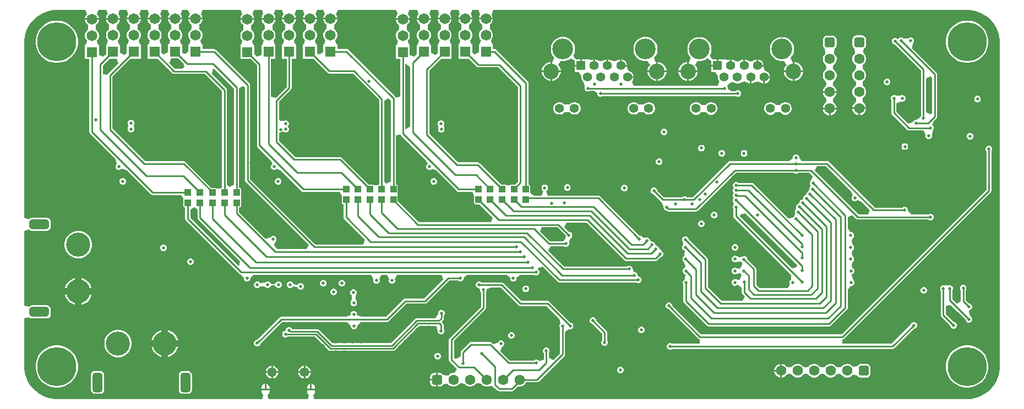
<source format=gbr>
G04*
G04 #@! TF.GenerationSoftware,Altium Limited,Altium Designer,22.4.2 (48)*
G04*
G04 Layer_Physical_Order=4*
G04 Layer_Color=13888217*
%FSLAX44Y44*%
%MOMM*%
G71*
G04*
G04 #@! TF.SameCoordinates,C02FB5F5-7DDD-4E4A-B98E-A3E591FA83C8*
G04*
G04*
G04 #@! TF.FilePolarity,Positive*
G04*
G01*
G75*
%ADD14C,0.2540*%
G04:AMPARAMS|DCode=25|XSize=1mm|YSize=1.1mm|CornerRadius=0.075mm|HoleSize=0mm|Usage=FLASHONLY|Rotation=180.000|XOffset=0mm|YOffset=0mm|HoleType=Round|Shape=RoundedRectangle|*
%AMROUNDEDRECTD25*
21,1,1.0000,0.9500,0,0,180.0*
21,1,0.8500,1.1000,0,0,180.0*
1,1,0.1500,-0.4250,0.4750*
1,1,0.1500,0.4250,0.4750*
1,1,0.1500,0.4250,-0.4750*
1,1,0.1500,-0.4250,-0.4750*
%
%ADD25ROUNDEDRECTD25*%
%ADD104C,1.4080*%
%ADD105R,1.4080X1.4080*%
%ADD106C,2.4000*%
%ADD107C,3.2000*%
%ADD108C,1.6000*%
G04:AMPARAMS|DCode=109|XSize=1.6mm|YSize=1.6mm|CornerRadius=0.4mm|HoleSize=0mm|Usage=FLASHONLY|Rotation=180.000|XOffset=0mm|YOffset=0mm|HoleType=Round|Shape=RoundedRectangle|*
%AMROUNDEDRECTD109*
21,1,1.6000,0.8000,0,0,180.0*
21,1,0.8000,1.6000,0,0,180.0*
1,1,0.8000,-0.4000,0.4000*
1,1,0.8000,0.4000,0.4000*
1,1,0.8000,0.4000,-0.4000*
1,1,0.8000,-0.4000,-0.4000*
%
%ADD109ROUNDEDRECTD109*%
%ADD110C,1.4500*%
G04:AMPARAMS|DCode=111|XSize=1.6mm|YSize=1.6mm|CornerRadius=0.4mm|HoleSize=0mm|Usage=FLASHONLY|Rotation=270.000|XOffset=0mm|YOffset=0mm|HoleType=Round|Shape=RoundedRectangle|*
%AMROUNDEDRECTD111*
21,1,1.6000,0.8000,0,0,270.0*
21,1,0.8000,1.6000,0,0,270.0*
1,1,0.8000,-0.4000,-0.4000*
1,1,0.8000,-0.4000,0.4000*
1,1,0.8000,0.4000,0.4000*
1,1,0.8000,0.4000,-0.4000*
%
%ADD111ROUNDEDRECTD111*%
%ADD112C,3.7000*%
G04:AMPARAMS|DCode=113|XSize=1.5mm|YSize=3mm|CornerRadius=0.375mm|HoleSize=0mm|Usage=FLASHONLY|Rotation=90.000|XOffset=0mm|YOffset=0mm|HoleType=Round|Shape=RoundedRectangle|*
%AMROUNDEDRECTD113*
21,1,1.5000,2.2500,0,0,90.0*
21,1,0.7500,3.0000,0,0,90.0*
1,1,0.7500,1.1250,0.3750*
1,1,0.7500,1.1250,-0.3750*
1,1,0.7500,-1.1250,-0.3750*
1,1,0.7500,-1.1250,0.3750*
%
%ADD113ROUNDEDRECTD113*%
G04:AMPARAMS|DCode=114|XSize=1.5mm|YSize=3mm|CornerRadius=0.375mm|HoleSize=0mm|Usage=FLASHONLY|Rotation=180.000|XOffset=0mm|YOffset=0mm|HoleType=Round|Shape=RoundedRectangle|*
%AMROUNDEDRECTD114*
21,1,1.5000,2.2500,0,0,180.0*
21,1,0.7500,3.0000,0,0,180.0*
1,1,0.7500,-0.3750,1.1250*
1,1,0.7500,0.3750,1.1250*
1,1,0.7500,0.3750,-1.1250*
1,1,0.7500,-0.3750,-1.1250*
%
%ADD114ROUNDEDRECTD114*%
%ADD115C,6.0000*%
%ADD116R,1.6500X1.6500*%
%ADD117C,1.6500*%
%ADD118C,0.5000*%
G36*
X1558969Y699130D02*
X1565427Y697399D01*
X1571604Y694841D01*
X1577394Y691498D01*
X1582698Y687428D01*
X1587426Y682700D01*
X1591496Y677396D01*
X1594838Y671606D01*
X1597397Y665429D01*
X1599127Y658971D01*
X1600000Y652343D01*
Y649000D01*
X1600000D01*
X1600000Y594000D01*
X1600000Y201250D01*
X1600000Y150500D01*
X1599967Y147178D01*
X1599041Y140599D01*
X1597269Y134196D01*
X1594682Y128077D01*
X1591322Y122345D01*
X1587247Y117097D01*
X1582527Y112422D01*
X1577239Y108399D01*
X1571474Y105096D01*
X1565330Y102568D01*
X1558910Y100859D01*
X1555811Y100454D01*
X1549000Y99998D01*
X545499Y99998D01*
X544906Y101569D01*
X544335Y106998D01*
X545155Y107545D01*
X546490Y109543D01*
X546958Y111900D01*
Y113630D01*
X540800D01*
X534642D01*
Y111900D01*
X535111Y109543D01*
X536445Y107545D01*
X537265Y106998D01*
X536694Y101569D01*
X536101Y99998D01*
X475499Y99998D01*
X474906Y101569D01*
X474335Y106998D01*
X475155Y107545D01*
X476490Y109543D01*
X476958Y111900D01*
Y113630D01*
X470800D01*
X464642D01*
Y111900D01*
X465111Y109543D01*
X466445Y107545D01*
X467265Y106998D01*
X466694Y101569D01*
X466101Y99998D01*
X151000D01*
X147657D01*
X141028Y100870D01*
X134571Y102601D01*
X128394Y105159D01*
X122604Y108502D01*
X117300Y112572D01*
X112572Y117300D01*
X108502Y122604D01*
X105159Y128394D01*
X102601Y134571D01*
X100870Y141028D01*
X99998Y147657D01*
Y151000D01*
X99998D01*
Y224443D01*
X106998Y226541D01*
X107215Y226215D01*
X109296Y224825D01*
X111750Y224337D01*
X134250D01*
X136704Y224825D01*
X138785Y226215D01*
X140175Y228296D01*
X140663Y230750D01*
Y238250D01*
X140175Y240704D01*
X138785Y242785D01*
X136704Y244175D01*
X134250Y244663D01*
X111750D01*
X109296Y244175D01*
X107215Y242785D01*
X106998Y242459D01*
X99998Y244557D01*
Y359442D01*
X106998Y361541D01*
X107215Y361215D01*
X109296Y359825D01*
X111750Y359337D01*
X134250D01*
X136704Y359825D01*
X138785Y361215D01*
X140175Y363296D01*
X140663Y365750D01*
Y373250D01*
X140175Y375704D01*
X138785Y377785D01*
X136704Y379175D01*
X134250Y379663D01*
X111750D01*
X109296Y379175D01*
X107215Y377785D01*
X106998Y377459D01*
X99998Y379557D01*
Y648997D01*
X100000Y649000D01*
Y652343D01*
X100873Y658971D01*
X102603Y665429D01*
X105162Y671606D01*
X108504Y677396D01*
X112575Y682700D01*
X117302Y687428D01*
X122606Y691498D01*
X128396Y694841D01*
X134573Y697399D01*
X141031Y699130D01*
X144192Y699546D01*
X151002Y700002D01*
X151005Y700000D01*
X158001Y700000D01*
X193508D01*
X194674Y698213D01*
X195997Y693000D01*
X195244Y692247D01*
X193823Y689787D01*
X193088Y687042D01*
Y686892D01*
X214668D01*
Y687042D01*
X213933Y689787D01*
X212512Y692247D01*
X211759Y693000D01*
X213083Y698213D01*
X214248Y700000D01*
X225788D01*
X226315Y699264D01*
X228219Y693000D01*
X227714Y692495D01*
X226293Y690035D01*
X225558Y687290D01*
Y687140D01*
X247138D01*
Y687290D01*
X246403Y690035D01*
X244982Y692495D01*
X244478Y693000D01*
X246381Y699264D01*
X246908Y700000D01*
X257256D01*
X259751Y693000D01*
X259506Y692755D01*
X258085Y690295D01*
X257350Y687551D01*
Y687400D01*
X278930D01*
Y687551D01*
X278195Y690295D01*
X276774Y692755D01*
X276530Y693000D01*
X279025Y700000D01*
X289260D01*
X291755Y693000D01*
X291510Y692755D01*
X290089Y690295D01*
X289354Y687551D01*
Y687400D01*
X310934D01*
Y687551D01*
X310199Y690295D01*
X308778Y692755D01*
X308533Y693000D01*
X311028Y700000D01*
X320142D01*
X323006Y693009D01*
X321585Y690549D01*
X320850Y687804D01*
Y687654D01*
X342430D01*
Y687804D01*
X341695Y690549D01*
X340274Y693009D01*
X343138Y700000D01*
X351598D01*
X354390Y693000D01*
X354356Y692965D01*
X352935Y690505D01*
X352200Y687760D01*
Y687610D01*
X373780D01*
Y687760D01*
X373045Y690505D01*
X371624Y692965D01*
X371590Y693000D01*
X374382Y700000D01*
X432550D01*
X433716Y698213D01*
X435039Y693000D01*
X434286Y692247D01*
X432865Y689787D01*
X432130Y687042D01*
Y686892D01*
X453710D01*
Y687042D01*
X452975Y689787D01*
X451554Y692247D01*
X450802Y693000D01*
X452124Y698213D01*
X453290Y700000D01*
X464830D01*
X465357Y699264D01*
X467261Y693000D01*
X466756Y692495D01*
X465335Y690035D01*
X464600Y687290D01*
Y687140D01*
X486180D01*
Y687290D01*
X485445Y690035D01*
X484024Y692495D01*
X483520Y693000D01*
X485423Y699264D01*
X485950Y700000D01*
X496298D01*
X498793Y693000D01*
X498548Y692755D01*
X497127Y690295D01*
X496392Y687551D01*
Y687400D01*
X517972D01*
Y687551D01*
X517237Y690295D01*
X515816Y692755D01*
X515572Y693000D01*
X518066Y700000D01*
X528302D01*
X530797Y693000D01*
X530552Y692755D01*
X529131Y690295D01*
X528396Y687551D01*
Y687400D01*
X549976D01*
Y687551D01*
X549241Y690295D01*
X547820Y692755D01*
X547575Y693000D01*
X550070Y700000D01*
X559184D01*
X562048Y693009D01*
X560627Y690549D01*
X559892Y687804D01*
Y687654D01*
X581472D01*
Y687804D01*
X580737Y690549D01*
X579316Y693009D01*
X582180Y700000D01*
X671592D01*
X672758Y698213D01*
X674081Y693000D01*
X673328Y692247D01*
X671907Y689787D01*
X671172Y687042D01*
Y686892D01*
X692752D01*
Y687042D01*
X692017Y689787D01*
X690596Y692247D01*
X689844Y693000D01*
X691166Y698213D01*
X692332Y700000D01*
X703872D01*
X704399Y699264D01*
X706302Y693000D01*
X705798Y692495D01*
X704377Y690035D01*
X703642Y687290D01*
Y687140D01*
X725222D01*
Y687290D01*
X724487Y690035D01*
X723066Y692495D01*
X722561Y693000D01*
X724465Y699264D01*
X724992Y700000D01*
X735340D01*
X737835Y693000D01*
X737590Y692755D01*
X736169Y690295D01*
X735434Y687551D01*
Y687400D01*
X757014D01*
Y687551D01*
X756279Y690295D01*
X754858Y692755D01*
X754613Y693000D01*
X757109Y700000D01*
X767344D01*
X769839Y693000D01*
X769594Y692755D01*
X768173Y690295D01*
X767438Y687551D01*
Y687400D01*
X789018D01*
Y687551D01*
X788283Y690295D01*
X786862Y692755D01*
X786618Y693000D01*
X789112Y700000D01*
X798226D01*
X801090Y693009D01*
X799669Y690549D01*
X798934Y687804D01*
Y687654D01*
X820514D01*
Y687804D01*
X819779Y690549D01*
X818358Y693009D01*
X821222Y700000D01*
X1548995D01*
X1548997Y700002D01*
X1552340D01*
X1558969Y699130D01*
D02*
G37*
%LPC*%
G36*
X1464003Y657040D02*
X1461998D01*
X1460145Y656273D01*
X1459698Y655825D01*
X1455625Y655275D01*
X1451552Y655825D01*
X1451105Y656273D01*
X1451105D01*
X1449252Y657040D01*
X1447247D01*
X1445395Y656273D01*
X1445395D01*
X1445395Y656273D01*
X1443875Y654919D01*
X1442105Y656023D01*
X1440253Y656790D01*
X1438248Y656790D01*
X1438248Y656790D01*
X1438247Y656790D01*
X1436395Y656023D01*
X1434977Y654605D01*
X1434977Y654605D01*
X1434210Y652753D01*
X1434210Y652753D01*
X1434210Y650748D01*
X1434977Y648895D01*
X1436395Y647477D01*
X1436395Y647477D01*
X1438248Y646710D01*
X1438796D01*
X1478615Y606891D01*
Y535993D01*
X1478227Y535605D01*
X1478036Y535144D01*
X1476654Y533255D01*
X1472799Y530877D01*
X1470993Y530540D01*
X1470247D01*
X1468395Y529773D01*
X1466977Y528355D01*
X1466483Y527161D01*
X1463383Y525707D01*
X1459210Y524534D01*
X1441135Y542609D01*
Y555588D01*
X1444675Y557646D01*
X1448135Y558921D01*
X1449247Y558460D01*
X1451252D01*
X1453105Y559227D01*
X1454523Y560645D01*
X1455290Y562497D01*
X1455290Y562497D01*
X1455290Y564502D01*
X1455290Y564503D01*
X1454523Y566355D01*
X1453105Y567773D01*
X1453105Y567773D01*
X1453105Y567773D01*
X1451253Y568540D01*
X1451252Y568540D01*
X1451252Y568540D01*
X1449247Y568540D01*
X1448894Y568433D01*
X1445944Y567833D01*
X1445407Y567796D01*
X1443750Y567762D01*
X1442093Y567796D01*
X1441680Y567824D01*
X1438253Y568540D01*
X1438253Y568540D01*
X1436248Y568540D01*
X1436248Y568540D01*
X1436247Y568540D01*
X1434395Y567773D01*
X1434395D01*
X1434395Y567773D01*
X1432977Y566355D01*
X1432210Y564503D01*
X1432210Y564502D01*
X1432210Y562497D01*
X1432210Y562497D01*
X1432977Y560645D01*
X1433365Y560257D01*
Y541000D01*
X1433661Y539513D01*
X1434503Y538253D01*
X1457503Y515253D01*
X1458763Y514411D01*
X1460250Y514115D01*
X1482338D01*
X1484095Y511671D01*
X1485964Y507115D01*
X1485710Y506502D01*
X1485710Y506502D01*
Y504497D01*
X1486477Y502645D01*
X1487895Y501227D01*
X1487895Y501227D01*
X1488944Y500793D01*
X1489747Y500460D01*
X1489747Y500460D01*
X1491752Y500460D01*
X1493605Y501227D01*
X1493605D01*
X1495023Y502645D01*
X1495023Y502645D01*
Y502645D01*
X1495790Y504497D01*
X1495790Y504497D01*
X1495790Y504511D01*
X1495790Y506503D01*
X1495801Y506597D01*
X1495962Y507930D01*
X1495955Y507869D01*
X1496465Y512095D01*
X1496669Y513294D01*
X1498040Y516997D01*
X1498040Y517500D01*
X1498040Y517500D01*
X1498040Y519002D01*
X1498040Y519002D01*
X1497273Y520855D01*
X1495855Y522273D01*
X1498759Y528515D01*
X1502497Y532253D01*
X1503339Y533513D01*
X1503635Y535000D01*
Y600500D01*
X1503339Y601987D01*
X1502497Y603247D01*
X1465262Y640482D01*
X1465254Y640525D01*
X1465622Y644942D01*
X1466885Y648758D01*
X1467273Y649145D01*
X1468040Y650997D01*
Y653002D01*
X1467273Y654855D01*
X1465855Y656273D01*
X1464003Y657040D01*
D02*
G37*
G36*
X820514Y685114D02*
X798934D01*
Y684963D01*
X799669Y682219D01*
X801090Y679759D01*
X803099Y677750D01*
X803431Y677558D01*
X803821Y676364D01*
Y671004D01*
X803431Y669810D01*
X803099Y669618D01*
X801090Y667609D01*
X799669Y665149D01*
X798934Y662404D01*
Y659563D01*
X799669Y656819D01*
X801090Y654359D01*
X802075Y653374D01*
X801207Y649179D01*
X799532Y646374D01*
X798934D01*
Y634660D01*
X791934Y631160D01*
X789018Y633348D01*
Y646120D01*
X788419D01*
X786745Y648925D01*
X785877Y653120D01*
X786862Y654105D01*
X788283Y656565D01*
X789018Y659309D01*
Y662150D01*
X788283Y664895D01*
X786862Y667355D01*
X784853Y669364D01*
X784520Y669556D01*
X784131Y670750D01*
Y676110D01*
X784520Y677304D01*
X784853Y677496D01*
X786862Y679505D01*
X788283Y681965D01*
X789018Y684709D01*
Y684860D01*
X767438D01*
Y684709D01*
X768173Y681965D01*
X769594Y679505D01*
X771603Y677496D01*
X771936Y677304D01*
X772325Y676110D01*
Y670750D01*
X771936Y669556D01*
X771603Y669364D01*
X769594Y667355D01*
X768173Y664895D01*
X767438Y662150D01*
Y659309D01*
X768173Y656565D01*
X769594Y654105D01*
X770579Y653120D01*
X769711Y648925D01*
X768036Y646120D01*
X767438D01*
Y624540D01*
X783524D01*
X795561Y612503D01*
X796821Y611661D01*
X798308Y611365D01*
X828641D01*
X858865Y581141D01*
Y435039D01*
X854190Y430364D01*
X848890D01*
X848012Y430189D01*
X847913Y430123D01*
X845381Y429692D01*
X842399D01*
X839867Y430123D01*
X839768Y430189D01*
X838890Y430364D01*
X833590D01*
X800207Y463747D01*
X798947Y464589D01*
X797460Y464885D01*
X766859D01*
X722885Y508859D01*
Y606497D01*
X740928Y624540D01*
X757014D01*
Y646120D01*
X756415D01*
X754741Y648925D01*
X753873Y653120D01*
X754858Y654105D01*
X756279Y656565D01*
X757014Y659309D01*
Y662150D01*
X756279Y664895D01*
X754858Y667355D01*
X752849Y669364D01*
X752516Y669556D01*
X752127Y670750D01*
Y676110D01*
X752516Y677304D01*
X752849Y677496D01*
X754858Y679505D01*
X756279Y681965D01*
X757014Y684709D01*
Y684860D01*
X735434D01*
Y684709D01*
X736169Y681965D01*
X737590Y679505D01*
X739599Y677496D01*
X739931Y677304D01*
X740321Y676110D01*
Y670750D01*
X739931Y669556D01*
X739599Y669364D01*
X737590Y667355D01*
X736169Y664895D01*
X735434Y662150D01*
Y659309D01*
X736169Y656565D01*
X737590Y654105D01*
X738575Y653120D01*
X737707Y648925D01*
X736032Y646120D01*
X735434D01*
Y632756D01*
X732222Y630310D01*
X725222Y633778D01*
Y645860D01*
X724623D01*
X722949Y648665D01*
X722081Y652860D01*
X723066Y653845D01*
X724487Y656305D01*
X725222Y659049D01*
Y661890D01*
X724487Y664635D01*
X723066Y667095D01*
X721057Y669104D01*
X720724Y669296D01*
X720335Y670490D01*
Y675850D01*
X720724Y677044D01*
X721057Y677236D01*
X723066Y679245D01*
X724487Y681705D01*
X725222Y684449D01*
Y684600D01*
X703642D01*
Y684449D01*
X704377Y681705D01*
X705798Y679245D01*
X707807Y677236D01*
X708139Y677044D01*
X708529Y675850D01*
Y670490D01*
X708139Y669296D01*
X707807Y669104D01*
X705798Y667095D01*
X704377Y664635D01*
X703642Y661890D01*
Y659049D01*
X704377Y656305D01*
X705798Y653845D01*
X706783Y652860D01*
X705915Y648665D01*
X704240Y645860D01*
X703642D01*
Y631140D01*
X699309Y627713D01*
X692752Y630602D01*
Y645612D01*
X692153D01*
X690479Y648417D01*
X689611Y652612D01*
X690596Y653597D01*
X692017Y656057D01*
X692752Y658801D01*
Y661643D01*
X692017Y664387D01*
X690596Y666847D01*
X688587Y668856D01*
X688254Y669048D01*
X687865Y670242D01*
Y675602D01*
X688254Y676796D01*
X688587Y676988D01*
X690596Y678997D01*
X692017Y681457D01*
X692752Y684201D01*
Y684352D01*
X671172D01*
Y684201D01*
X671907Y681457D01*
X673328Y678997D01*
X675337Y676988D01*
X675669Y676796D01*
X676059Y675602D01*
Y670242D01*
X675669Y669048D01*
X675337Y668856D01*
X673328Y666847D01*
X671907Y664387D01*
X671172Y661643D01*
Y658801D01*
X671907Y656057D01*
X673328Y653597D01*
X674313Y652612D01*
X673445Y648417D01*
X671770Y645612D01*
X671172D01*
Y624032D01*
X678077D01*
Y566238D01*
X671693Y564941D01*
X671077Y565074D01*
X670387Y566107D01*
X598163Y638331D01*
X596903Y639173D01*
X595416Y639469D01*
X581472D01*
Y646374D01*
X580873D01*
X579199Y649179D01*
X578331Y653374D01*
X579316Y654359D01*
X580737Y656819D01*
X581472Y659563D01*
Y662404D01*
X580737Y665149D01*
X579316Y667609D01*
X577307Y669618D01*
X576974Y669810D01*
X576585Y671004D01*
Y676364D01*
X576974Y677558D01*
X577307Y677750D01*
X579316Y679759D01*
X580737Y682219D01*
X581472Y684963D01*
Y685114D01*
X559892D01*
Y684963D01*
X560627Y682219D01*
X562048Y679759D01*
X564057Y677750D01*
X564389Y677558D01*
X564779Y676364D01*
Y671004D01*
X564389Y669810D01*
X564057Y669618D01*
X562048Y667609D01*
X560627Y665149D01*
X559892Y662404D01*
Y659563D01*
X560627Y656819D01*
X562048Y654359D01*
X563033Y653374D01*
X562165Y649179D01*
X560490Y646374D01*
X559892D01*
Y634660D01*
X552892Y631160D01*
X549976Y633348D01*
Y646120D01*
X549378D01*
X547703Y648925D01*
X546835Y653120D01*
X547820Y654105D01*
X549241Y656565D01*
X549976Y659309D01*
Y662150D01*
X549241Y664895D01*
X547820Y667355D01*
X545811Y669364D01*
X545479Y669556D01*
X545089Y670750D01*
Y676110D01*
X545479Y677304D01*
X545811Y677496D01*
X547820Y679505D01*
X549241Y681965D01*
X549976Y684709D01*
Y684860D01*
X528396D01*
Y684709D01*
X529131Y681965D01*
X530552Y679505D01*
X532561Y677496D01*
X532893Y677304D01*
X533283Y676110D01*
Y670750D01*
X532893Y669556D01*
X532561Y669364D01*
X530552Y667355D01*
X529131Y664895D01*
X528396Y662150D01*
Y659309D01*
X529131Y656565D01*
X530552Y654105D01*
X531537Y653120D01*
X530669Y648925D01*
X528994Y646120D01*
X528396D01*
Y624540D01*
X544482D01*
X566019Y603003D01*
X567279Y602161D01*
X568766Y601865D01*
X604891D01*
X645505Y561251D01*
Y430364D01*
X645140D01*
X644394Y430216D01*
X644262Y430189D01*
X641557Y429692D01*
X638973D01*
X636268Y430189D01*
X636136Y430216D01*
X635390Y430364D01*
X630090D01*
X588457Y471997D01*
X587197Y472839D01*
X585710Y473135D01*
X516359D01*
X491385Y498109D01*
Y510342D01*
X495319Y512081D01*
X498385Y512488D01*
X499145Y511727D01*
X500998Y510960D01*
X503003D01*
X504855Y511727D01*
X506273Y513145D01*
X507040Y514997D01*
Y517002D01*
X506273Y518855D01*
X504855Y520273D01*
X504821Y520443D01*
X506023Y521645D01*
X506790Y523498D01*
Y525503D01*
X506023Y527355D01*
X504605Y528773D01*
X502752Y529540D01*
X500747D01*
X498895Y528773D01*
X498385Y528262D01*
X494099Y529048D01*
X491385Y530408D01*
Y558393D01*
X509929Y576938D01*
X510771Y578198D01*
X511067Y579684D01*
Y624540D01*
X517972D01*
Y646120D01*
X517374D01*
X515699Y648925D01*
X514831Y653120D01*
X515816Y654105D01*
X517237Y656565D01*
X517972Y659309D01*
Y662150D01*
X517237Y664895D01*
X515816Y667355D01*
X513807Y669364D01*
X513475Y669556D01*
X513085Y670750D01*
Y676110D01*
X513475Y677304D01*
X513807Y677496D01*
X515816Y679505D01*
X517237Y681965D01*
X517972Y684709D01*
Y684860D01*
X496392D01*
Y684709D01*
X497127Y681965D01*
X498548Y679505D01*
X500557Y677496D01*
X500890Y677304D01*
X501279Y676110D01*
Y670750D01*
X500890Y669556D01*
X500557Y669364D01*
X498548Y667355D01*
X497127Y664895D01*
X496392Y662150D01*
Y659309D01*
X497127Y656565D01*
X498548Y654105D01*
X499533Y653120D01*
X498665Y648925D01*
X496991Y646120D01*
X496392D01*
Y624540D01*
X503297D01*
Y581294D01*
X486275Y564271D01*
X480275Y566115D01*
X479275Y566867D01*
Y624280D01*
X486180D01*
Y645860D01*
X485582D01*
X483907Y648665D01*
X483039Y652860D01*
X484024Y653845D01*
X485445Y656305D01*
X486180Y659049D01*
Y661890D01*
X485445Y664635D01*
X484024Y667095D01*
X482015Y669104D01*
X481683Y669296D01*
X481293Y670490D01*
Y675850D01*
X481683Y677044D01*
X482015Y677236D01*
X484024Y679245D01*
X485445Y681705D01*
X486180Y684449D01*
Y684600D01*
X464600D01*
Y684449D01*
X465335Y681705D01*
X466756Y679245D01*
X468765Y677236D01*
X469098Y677044D01*
X469487Y675850D01*
Y670490D01*
X469098Y669296D01*
X468765Y669104D01*
X466756Y667095D01*
X465335Y664635D01*
X464600Y661890D01*
Y659049D01*
X465335Y656305D01*
X466756Y653845D01*
X467741Y652860D01*
X466873Y648665D01*
X465199Y645860D01*
X464600D01*
Y630354D01*
X458043Y627465D01*
X453710Y630892D01*
Y645612D01*
X453111D01*
X451437Y648417D01*
X450569Y652612D01*
X451554Y653597D01*
X452975Y656057D01*
X453710Y658801D01*
Y661643D01*
X452975Y664387D01*
X451554Y666847D01*
X449545Y668856D01*
X449212Y669048D01*
X448823Y670242D01*
Y675602D01*
X449212Y676796D01*
X449545Y676988D01*
X451554Y678997D01*
X452975Y681457D01*
X453710Y684201D01*
Y684352D01*
X432130D01*
Y684201D01*
X432865Y681457D01*
X434286Y678997D01*
X436295Y676988D01*
X436628Y676796D01*
X437017Y675602D01*
Y670242D01*
X436628Y669048D01*
X436295Y668856D01*
X434286Y666847D01*
X432865Y664387D01*
X432130Y661643D01*
Y658801D01*
X432865Y656057D01*
X434286Y653597D01*
X435271Y652612D01*
X434403Y648417D01*
X432729Y645612D01*
X432130D01*
Y624032D01*
X448216D01*
X457615Y614633D01*
Y491000D01*
X457911Y489513D01*
X458753Y488253D01*
X478387Y468619D01*
X481279Y462365D01*
X479861Y460947D01*
X479094Y459095D01*
Y457090D01*
X479861Y455237D01*
X481279Y453819D01*
X483131Y453052D01*
X485136D01*
X486989Y453819D01*
X488407Y455237D01*
X494661Y452345D01*
X526433Y420573D01*
X527693Y419731D01*
X529180Y419435D01*
X584827D01*
X586921Y416384D01*
X588096Y413392D01*
X588096Y409619D01*
Y402570D01*
X588271Y401692D01*
X588768Y400948D01*
X589512Y400451D01*
X590390Y400276D01*
X590755D01*
Y380110D01*
X591051Y378624D01*
X591893Y377363D01*
X623872Y345385D01*
X620972Y338385D01*
X547859D01*
X447135Y439109D01*
Y584000D01*
X446839Y585487D01*
X445997Y586747D01*
X394457Y638287D01*
X393197Y639129D01*
X391710Y639425D01*
X373780D01*
Y646330D01*
X373181D01*
X371507Y649135D01*
X370639Y653330D01*
X371624Y654315D01*
X373045Y656775D01*
X373780Y659520D01*
Y662361D01*
X373045Y665105D01*
X371624Y667565D01*
X369615Y669574D01*
X369282Y669766D01*
X368893Y670960D01*
Y676320D01*
X369282Y677514D01*
X369615Y677706D01*
X371624Y679715D01*
X373045Y682175D01*
X373780Y684920D01*
Y685070D01*
X352200D01*
Y684920D01*
X352935Y682175D01*
X354356Y679715D01*
X356365Y677706D01*
X356698Y677514D01*
X357087Y676320D01*
Y670960D01*
X356698Y669766D01*
X356365Y669574D01*
X354356Y667565D01*
X352935Y665105D01*
X352200Y662361D01*
Y659520D01*
X352935Y656775D01*
X354356Y654315D01*
X355341Y653330D01*
X354473Y649135D01*
X352799Y646330D01*
X352200D01*
Y635345D01*
X345200Y631831D01*
X342430Y633894D01*
Y646374D01*
X341832D01*
X340157Y649179D01*
X339289Y653374D01*
X340274Y654359D01*
X341695Y656819D01*
X342430Y659563D01*
Y662404D01*
X341695Y665149D01*
X340274Y667609D01*
X338265Y669618D01*
X337933Y669810D01*
X337543Y671004D01*
Y676364D01*
X337933Y677558D01*
X338265Y677750D01*
X340274Y679759D01*
X341695Y682219D01*
X342430Y684963D01*
Y685114D01*
X320850D01*
Y684963D01*
X321585Y682219D01*
X323006Y679759D01*
X325015Y677750D01*
X325348Y677558D01*
X325737Y676364D01*
Y671004D01*
X325348Y669810D01*
X325015Y669618D01*
X323006Y667609D01*
X321585Y665149D01*
X320850Y662404D01*
Y659563D01*
X321585Y656819D01*
X323006Y654359D01*
X323991Y653374D01*
X323123Y649179D01*
X321449Y646374D01*
X320850D01*
Y634660D01*
X313850Y631160D01*
X310934Y633348D01*
Y646120D01*
X310336D01*
X308661Y648925D01*
X307793Y653120D01*
X308778Y654105D01*
X310199Y656565D01*
X310934Y659309D01*
Y662150D01*
X310199Y664895D01*
X308778Y667355D01*
X306769Y669364D01*
X306437Y669556D01*
X306047Y670750D01*
Y676110D01*
X306437Y677304D01*
X306769Y677496D01*
X308778Y679505D01*
X310199Y681965D01*
X310934Y684709D01*
Y684860D01*
X289354D01*
Y684709D01*
X290089Y681965D01*
X291510Y679505D01*
X293519Y677496D01*
X293852Y677304D01*
X294241Y676110D01*
Y670750D01*
X293852Y669556D01*
X293519Y669364D01*
X291510Y667355D01*
X290089Y664895D01*
X289354Y662150D01*
Y659309D01*
X290089Y656565D01*
X291510Y654105D01*
X292495Y653120D01*
X291627Y648925D01*
X289953Y646120D01*
X289354D01*
Y624540D01*
X305440D01*
X327477Y602503D01*
X328737Y601661D01*
X330224Y601365D01*
X377141D01*
X403755Y574751D01*
Y425614D01*
X403390D01*
X402512Y425439D01*
X401768Y424942D01*
X401136Y424870D01*
X395394D01*
X394762Y424942D01*
X394018Y425439D01*
X393140Y425614D01*
X387840D01*
X348023Y465430D01*
X346763Y466273D01*
X345276Y466568D01*
X285926D01*
X235385Y517109D01*
Y597081D01*
X262844Y624540D01*
X278930D01*
Y646120D01*
X278332D01*
X276657Y648925D01*
X275789Y653120D01*
X276774Y654105D01*
X278195Y656565D01*
X278930Y659309D01*
Y662150D01*
X278195Y664895D01*
X276774Y667355D01*
X274765Y669364D01*
X274433Y669556D01*
X274043Y670750D01*
Y676110D01*
X274433Y677304D01*
X274765Y677496D01*
X276774Y679505D01*
X278195Y681965D01*
X278930Y684709D01*
Y684860D01*
X257350D01*
Y684709D01*
X258085Y681965D01*
X259506Y679505D01*
X261515Y677496D01*
X261848Y677304D01*
X262237Y676110D01*
Y670750D01*
X261848Y669556D01*
X261515Y669364D01*
X259506Y667355D01*
X258085Y664895D01*
X257350Y662150D01*
Y659309D01*
X258085Y656565D01*
X259506Y654105D01*
X260491Y653120D01*
X259623Y648925D01*
X257948Y646120D01*
X257350D01*
Y632756D01*
X254138Y630310D01*
X247138Y633778D01*
Y645860D01*
X246539D01*
X244865Y648665D01*
X243997Y652860D01*
X244982Y653845D01*
X246403Y656305D01*
X247138Y659049D01*
Y661890D01*
X246403Y664635D01*
X244982Y667095D01*
X242973Y669104D01*
X242640Y669296D01*
X242251Y670490D01*
Y675850D01*
X242640Y677044D01*
X242973Y677236D01*
X244982Y679245D01*
X246403Y681705D01*
X247138Y684449D01*
Y684600D01*
X225558D01*
Y684449D01*
X226293Y681705D01*
X227714Y679245D01*
X229723Y677236D01*
X230056Y677044D01*
X230445Y675850D01*
Y670490D01*
X230056Y669296D01*
X229723Y669104D01*
X227714Y667095D01*
X226293Y664635D01*
X225558Y661890D01*
Y659049D01*
X226293Y656305D01*
X227714Y653845D01*
X228699Y652860D01*
X227831Y648665D01*
X226157Y645860D01*
X225558D01*
Y631140D01*
X221225Y627713D01*
X214668Y630602D01*
Y645612D01*
X214069D01*
X212395Y648417D01*
X211527Y652612D01*
X212512Y653597D01*
X213933Y656057D01*
X214668Y658801D01*
Y661643D01*
X213933Y664387D01*
X212512Y666847D01*
X210503Y668856D01*
X210170Y669048D01*
X209781Y670242D01*
Y675602D01*
X210170Y676796D01*
X210503Y676988D01*
X212512Y678997D01*
X213933Y681457D01*
X214668Y684201D01*
Y684352D01*
X193088D01*
Y684201D01*
X193823Y681457D01*
X195244Y678997D01*
X197253Y676988D01*
X197586Y676796D01*
X197975Y675602D01*
Y670242D01*
X197586Y669048D01*
X197253Y668856D01*
X195244Y666847D01*
X193823Y664387D01*
X193088Y661643D01*
Y658801D01*
X193823Y656057D01*
X195244Y653597D01*
X196229Y652612D01*
X195361Y648417D01*
X193687Y645612D01*
X193088D01*
Y624032D01*
X199993D01*
Y511622D01*
X200289Y510135D01*
X201131Y508875D01*
X240636Y469371D01*
X242395Y462523D01*
X240977Y461105D01*
X240210Y459253D01*
Y457248D01*
X240977Y455395D01*
X242395Y453977D01*
X244247Y453210D01*
X246252D01*
X248105Y453977D01*
X249523Y455395D01*
X256371Y453636D01*
X294183Y415823D01*
X295443Y414981D01*
X296930Y414685D01*
X341327D01*
X343421Y411634D01*
X344596Y408643D01*
X344596Y404869D01*
Y397820D01*
X344771Y396942D01*
X345268Y396198D01*
X346012Y395701D01*
X346890Y395526D01*
X347255D01*
Y377860D01*
X347551Y376373D01*
X348393Y375113D01*
X430503Y293003D01*
X431763Y292161D01*
X432075Y292099D01*
X435486Y289029D01*
X437460Y286525D01*
Y285247D01*
X437460Y285247D01*
X438227Y283395D01*
X439645Y281977D01*
X441497Y281210D01*
X441498Y281210D01*
X443503D01*
X445355Y281977D01*
X446773Y283395D01*
X446773Y283395D01*
X447540Y285247D01*
X447540Y287253D01*
X453158Y291865D01*
X633088D01*
X634981Y288941D01*
X636567Y284865D01*
X636210Y284002D01*
X636210Y284002D01*
Y281998D01*
X636977Y280145D01*
X638395Y278727D01*
X638395Y278727D01*
X640247Y277960D01*
X642252D01*
X642253Y277960D01*
X644105Y278727D01*
X644105D01*
X645523Y280145D01*
X646290Y281998D01*
Y284002D01*
X645933Y284865D01*
X647520Y288941D01*
X649412Y291865D01*
X657338D01*
X659396Y288325D01*
X660671Y284865D01*
X660210Y283752D01*
X660210Y283752D01*
Y281747D01*
X660977Y279895D01*
X662395Y278477D01*
X662395Y278477D01*
X664248Y277710D01*
X666252D01*
X666253Y277710D01*
X668105Y278477D01*
X668105D01*
X669523Y279895D01*
X670290Y281747D01*
Y283752D01*
X669829Y284865D01*
X671104Y288325D01*
X673162Y291865D01*
X741222D01*
X744122Y284865D01*
X714391Y255135D01*
X686000D01*
X684513Y254839D01*
X683253Y253997D01*
X656141Y226885D01*
X617931D01*
X611540Y229748D01*
Y231752D01*
X610773Y233605D01*
X609355Y235023D01*
X607503Y235790D01*
X605498D01*
X603645Y235023D01*
X602227Y233605D01*
X601460Y231752D01*
Y229748D01*
X595069Y226885D01*
X495000D01*
X493513Y226589D01*
X492253Y225747D01*
X457796Y191290D01*
X457248D01*
X455395Y190523D01*
X453977Y189105D01*
X453210Y187253D01*
Y185247D01*
X453977Y183395D01*
X455395Y181977D01*
X457248Y181210D01*
X459253D01*
X461105Y181977D01*
X462523Y183395D01*
X463290Y185247D01*
Y185796D01*
X496609Y219115D01*
X596592D01*
X601710Y214002D01*
X601710Y211998D01*
X602477Y210145D01*
X603895Y208727D01*
X605747Y207960D01*
X607752D01*
X609605Y208727D01*
X611023Y210145D01*
X611790Y211998D01*
X611790Y214002D01*
X616908Y219115D01*
X657750D01*
X659237Y219411D01*
X660497Y220253D01*
X687609Y247365D01*
X716000D01*
X717487Y247661D01*
X718747Y248503D01*
X753109Y282865D01*
X767257D01*
X767645Y282477D01*
X769498Y281710D01*
X771503D01*
X773355Y282477D01*
X774773Y283895D01*
X775175Y284865D01*
X775540Y285748D01*
X777059Y288816D01*
X781413Y291865D01*
X841342D01*
X846960Y287253D01*
X846960Y285247D01*
X847727Y283395D01*
X849145Y281977D01*
X850997Y281210D01*
X853002D01*
X854855Y281977D01*
X856273Y283395D01*
X857040Y285247D01*
X857040Y287253D01*
X862658Y291865D01*
X883757D01*
X884145Y291477D01*
X885997Y290710D01*
X885997Y290710D01*
X888002D01*
X889855Y291477D01*
X889855Y291477D01*
X891273Y292895D01*
Y292895D01*
X892040Y294748D01*
Y296752D01*
X892040Y296752D01*
X891273Y298605D01*
Y298605D01*
X889855Y300023D01*
X889500Y300219D01*
X889364Y301493D01*
X896062Y304694D01*
X919753Y281003D01*
X921013Y280161D01*
X922500Y279865D01*
X1040757D01*
X1041145Y279477D01*
X1042998Y278710D01*
X1042998Y278710D01*
X1045003Y278710D01*
X1045003Y278710D01*
X1046855Y279477D01*
X1048273Y280895D01*
Y280895D01*
X1049040Y282747D01*
X1049040Y282748D01*
Y284753D01*
X1048273Y286605D01*
X1048273Y286605D01*
X1048273D01*
X1046855Y288023D01*
X1046855Y288023D01*
X1045003Y288790D01*
X1042924Y289924D01*
X1042790Y292003D01*
X1042023Y293855D01*
X1040605Y295273D01*
X1038753Y296040D01*
X1035924Y298674D01*
X1035040Y301502D01*
X1035040Y301502D01*
X1035040Y301503D01*
X1034273Y303355D01*
X1032855Y304773D01*
X1031003Y305540D01*
X1031003Y305540D01*
X1028997Y305540D01*
X1027145Y304773D01*
X1026757Y304385D01*
X930359D01*
X905893Y328851D01*
X905995Y329656D01*
X909028Y335615D01*
X929507D01*
X929895Y335227D01*
X931748Y334460D01*
X933753D01*
X935605Y335227D01*
X937023Y336645D01*
X937790Y338498D01*
Y340503D01*
X937704Y340710D01*
X938122Y344375D01*
X940355Y348477D01*
X941773Y349895D01*
X942540Y351748D01*
Y353753D01*
X941773Y355605D01*
X940355Y357023D01*
X938503Y357790D01*
X937954D01*
X930628Y365115D01*
X933528Y372115D01*
X964391D01*
X1022253Y314253D01*
X1023513Y313411D01*
X1025000Y313115D01*
X1071000D01*
X1072487Y313411D01*
X1073747Y314253D01*
X1077954Y318460D01*
X1078503D01*
X1080355Y319227D01*
X1081773Y320645D01*
X1082540Y322497D01*
Y324502D01*
X1081773Y326355D01*
X1080355Y327773D01*
X1076040Y332752D01*
X1076040Y332753D01*
X1075273Y334605D01*
X1073855Y336023D01*
X1073855Y336023D01*
X1072003Y336790D01*
X1070040Y338753D01*
X1069273Y340605D01*
X1067855Y342023D01*
X1067855D01*
X1066003Y342790D01*
X1063907Y342907D01*
X1062290Y345003D01*
X1061523Y346855D01*
Y346855D01*
X1061523Y346855D01*
X1060105Y348273D01*
X1058253Y349040D01*
X1058252Y349040D01*
X1056248D01*
X1056247Y349040D01*
X1056247Y349040D01*
X1055358Y348871D01*
X1053643Y348545D01*
X1050023Y349855D01*
X1048605Y351273D01*
X1046752Y352040D01*
X1046204D01*
X985497Y412747D01*
X984237Y413589D01*
X982750Y413885D01*
X905036D01*
X902641Y420885D01*
X903105Y421477D01*
X904522Y422895D01*
X904523Y422895D01*
X905290Y424748D01*
Y426753D01*
X904523Y428605D01*
Y428605D01*
X903105Y430023D01*
X901253Y430790D01*
X899248D01*
X897395Y430023D01*
X895977Y428605D01*
Y428605D01*
X895210Y426753D01*
Y424748D01*
X895782Y423365D01*
X895977Y422895D01*
X895977Y422895D01*
X897395Y421477D01*
X897859Y420885D01*
X895464Y413885D01*
X883596D01*
X881557Y415215D01*
X877934Y418570D01*
X877934Y421021D01*
Y428070D01*
X877759Y428948D01*
X877262Y429692D01*
X876518Y430189D01*
X875640Y430364D01*
X875275D01*
Y586860D01*
X874979Y588347D01*
X874137Y589607D01*
X825413Y638331D01*
X824153Y639173D01*
X822666Y639469D01*
X820514D01*
Y646374D01*
X819915D01*
X818241Y649179D01*
X817373Y653374D01*
X818358Y654359D01*
X819779Y656819D01*
X820514Y659563D01*
Y662404D01*
X819779Y665149D01*
X818358Y667609D01*
X816349Y669618D01*
X816016Y669810D01*
X815627Y671004D01*
Y676364D01*
X816016Y677558D01*
X816349Y677750D01*
X818358Y679759D01*
X819779Y682219D01*
X820514Y684963D01*
Y685114D01*
D02*
G37*
G36*
X965550Y623580D02*
X962900Y623580D01*
X957240D01*
Y614000D01*
X955970D01*
Y612730D01*
X946390D01*
Y604420D01*
X951771D01*
X953286Y603168D01*
X956590Y597461D01*
Y594939D01*
X957243Y592502D01*
X958504Y590318D01*
X960115Y588707D01*
X960335Y588391D01*
X962072Y583093D01*
X961795Y580207D01*
X961710Y580003D01*
X961710Y580002D01*
Y577998D01*
X962477Y576145D01*
X963895Y574727D01*
X963895Y574727D01*
X965748Y573960D01*
X967752D01*
X967753Y573960D01*
X969605Y574727D01*
X969605D01*
X969993Y575115D01*
X974776D01*
X980960Y571753D01*
X980960Y569748D01*
X980960Y569748D01*
X980960Y569747D01*
X981727Y567895D01*
X983145Y566477D01*
X983145Y566477D01*
X984997Y565710D01*
X984997Y565710D01*
X987002Y565710D01*
X988855Y566477D01*
X989243Y566865D01*
X1194007D01*
X1194395Y566477D01*
X1196247Y565710D01*
X1198252D01*
X1200105Y566477D01*
X1201523Y567895D01*
X1202290Y569748D01*
Y571753D01*
X1201523Y573605D01*
X1200105Y575023D01*
X1198252Y575790D01*
X1196247D01*
X1194395Y575023D01*
X1194007Y574635D01*
X1187974D01*
X1181790Y577998D01*
Y580003D01*
X1181790Y580003D01*
X1181664Y580307D01*
X1181189Y582094D01*
X1182227Y585433D01*
X1188180Y588987D01*
X1190688Y588334D01*
X1190839Y588247D01*
X1192872Y587073D01*
X1195309Y586420D01*
X1197831D01*
X1200268Y587073D01*
X1202301Y588247D01*
X1202452Y588334D01*
X1206770Y589458D01*
X1211088Y588334D01*
X1211239Y588247D01*
X1213272Y587073D01*
X1215700Y586422D01*
Y596000D01*
X1218240D01*
Y586422D01*
X1220668Y587073D01*
X1222701Y588247D01*
X1222852Y588334D01*
X1227170Y589458D01*
X1231488Y588334D01*
X1231639Y588247D01*
X1233672Y587073D01*
X1236100Y586422D01*
Y596000D01*
X1237370D01*
Y597270D01*
X1246948D01*
X1246297Y599698D01*
X1245036Y601882D01*
X1243252Y603666D01*
X1241161Y604873D01*
X1241068Y604927D01*
X1237922Y608202D01*
X1236752Y612530D01*
X1227170D01*
Y613800D01*
X1225900D01*
Y623378D01*
X1223472Y622727D01*
X1221439Y621553D01*
X1221288Y621466D01*
X1216970Y620342D01*
X1212652Y621466D01*
X1212501Y621553D01*
X1210468Y622727D01*
X1208040Y623378D01*
Y613800D01*
X1205500D01*
Y623378D01*
X1203072Y622727D01*
X1201039Y621553D01*
X1200888Y621466D01*
X1196570Y620342D01*
X1192252Y621466D01*
X1192101Y621553D01*
X1190068Y622727D01*
X1187640Y623378D01*
Y613800D01*
X1185100D01*
Y623378D01*
X1182672Y622727D01*
X1182550Y622657D01*
X1175550Y623380D01*
X1172900Y623380D01*
X1167240D01*
Y613800D01*
X1165970D01*
Y612530D01*
X1156390D01*
Y604220D01*
X1161771D01*
X1163286Y602968D01*
X1166590Y597261D01*
Y594739D01*
X1167243Y592302D01*
X1168504Y590118D01*
X1168737Y589885D01*
X1166715Y583431D01*
X1166318Y582885D01*
X1037069D01*
X1036136Y584266D01*
X1034603Y589885D01*
X1035036Y590318D01*
X1036297Y592502D01*
X1036948Y594930D01*
X1027370D01*
Y597470D01*
X1036948D01*
X1036297Y599898D01*
X1035036Y602082D01*
X1033252Y603866D01*
X1031161Y605073D01*
X1031068Y605127D01*
X1027923Y608402D01*
X1026752Y612730D01*
X1017170D01*
Y614000D01*
X1015900D01*
Y623578D01*
X1013472Y622927D01*
X1011439Y621753D01*
X1011288Y621666D01*
X1006970Y620542D01*
X1002652Y621666D01*
X1002501Y621753D01*
X1000468Y622927D01*
X998040Y623578D01*
Y614000D01*
X995500D01*
Y623578D01*
X993072Y622927D01*
X991039Y621753D01*
X990888Y621666D01*
X986570Y620542D01*
X982252Y621666D01*
X982101Y621753D01*
X980068Y622927D01*
X977640Y623578D01*
Y614000D01*
X975100D01*
Y623578D01*
X972672Y622927D01*
X972550Y622856D01*
X965550Y623580D01*
D02*
G37*
G36*
X1552361Y683140D02*
X1547239D01*
X1542180Y682339D01*
X1537309Y680756D01*
X1532745Y678431D01*
X1528602Y675420D01*
X1524980Y671798D01*
X1521969Y667655D01*
X1519644Y663091D01*
X1518061Y658220D01*
X1517260Y653161D01*
Y648039D01*
X1518061Y642980D01*
X1519644Y638109D01*
X1521969Y633545D01*
X1524980Y629402D01*
X1528602Y625780D01*
X1532745Y622769D01*
X1537309Y620444D01*
X1542180Y618861D01*
X1547239Y618060D01*
X1552361D01*
X1557420Y618861D01*
X1562291Y620444D01*
X1566855Y622769D01*
X1570998Y625780D01*
X1574620Y629402D01*
X1577631Y633545D01*
X1579956Y638109D01*
X1581539Y642980D01*
X1582340Y648039D01*
Y653161D01*
X1581539Y658220D01*
X1579956Y663091D01*
X1577631Y667655D01*
X1574620Y671798D01*
X1570998Y675420D01*
X1566855Y678431D01*
X1562291Y680756D01*
X1557420Y682339D01*
X1552361Y683140D01*
D02*
G37*
G36*
X152361D02*
X147239D01*
X142180Y682339D01*
X137309Y680756D01*
X132745Y678431D01*
X128602Y675420D01*
X124980Y671798D01*
X121969Y667655D01*
X119644Y663091D01*
X118061Y658220D01*
X117260Y653161D01*
Y648039D01*
X118061Y642980D01*
X119644Y638109D01*
X121969Y633545D01*
X124980Y629402D01*
X128602Y625780D01*
X132745Y622769D01*
X137309Y620444D01*
X142180Y618861D01*
X147239Y618060D01*
X152361D01*
X157420Y618861D01*
X162291Y620444D01*
X166855Y622769D01*
X170998Y625780D01*
X174620Y629402D01*
X177631Y633545D01*
X179956Y638109D01*
X181539Y642980D01*
X182340Y648039D01*
Y653161D01*
X181539Y658220D01*
X179956Y663091D01*
X177631Y667655D01*
X174620Y671798D01*
X170998Y675420D01*
X166855Y678431D01*
X162291Y680756D01*
X157420Y682339D01*
X152361Y683140D01*
D02*
G37*
G36*
X1018440Y623578D02*
Y615270D01*
X1026748D01*
X1026097Y617698D01*
X1024836Y619882D01*
X1023052Y621666D01*
X1020868Y622927D01*
X1018440Y623578D01*
D02*
G37*
G36*
X929996Y657940D02*
X926344D01*
X922762Y657227D01*
X919388Y655830D01*
X916351Y653801D01*
X913769Y651219D01*
X911740Y648182D01*
X910342Y644808D01*
X909630Y641226D01*
Y637574D01*
X910342Y633992D01*
X911740Y630618D01*
X913769Y627581D01*
X915243Y626108D01*
X912898Y620559D01*
X912154Y619640D01*
X911690D01*
Y606370D01*
X924960D01*
Y607014D01*
X923969Y610712D01*
X922055Y614028D01*
X921334Y614749D01*
X924819Y621163D01*
X926344Y620860D01*
X929996D01*
X933578Y621572D01*
X936952Y622970D01*
X939006Y624342D01*
X939974Y624989D01*
X940053Y624963D01*
X946390Y621501D01*
X946390Y617339D01*
Y615270D01*
X954700D01*
Y623580D01*
X953019D01*
X948223Y623580D01*
X943880Y629540D01*
X944600Y630618D01*
X945997Y633992D01*
X946710Y637574D01*
Y641226D01*
X945997Y644808D01*
X944600Y648182D01*
X942571Y651219D01*
X939989Y653801D01*
X936952Y655830D01*
X933578Y657227D01*
X929996Y657940D01*
D02*
G37*
G36*
X1228440Y623378D02*
Y615070D01*
X1236748D01*
X1236097Y617498D01*
X1234836Y619682D01*
X1233052Y621466D01*
X1230868Y622727D01*
X1228440Y623378D01*
D02*
G37*
G36*
X1139996Y657740D02*
X1136344D01*
X1132762Y657028D01*
X1129388Y655630D01*
X1126351Y653601D01*
X1123769Y651019D01*
X1121740Y647982D01*
X1120342Y644608D01*
X1119630Y641026D01*
Y637374D01*
X1120342Y633792D01*
X1121740Y630418D01*
X1123769Y627381D01*
X1125243Y625908D01*
X1122898Y620359D01*
X1122154Y619440D01*
X1121690D01*
Y606170D01*
X1134960D01*
Y606814D01*
X1133969Y610512D01*
X1132055Y613828D01*
X1131334Y614549D01*
X1134819Y620963D01*
X1136344Y620660D01*
X1139996D01*
X1143578Y621372D01*
X1146952Y622770D01*
X1149006Y624142D01*
X1149974Y624789D01*
X1150053Y624763D01*
X1156390Y621301D01*
X1156390Y617139D01*
Y615070D01*
X1164700D01*
Y623380D01*
X1163019D01*
X1158223Y623380D01*
X1153880Y629340D01*
X1154600Y630418D01*
X1155997Y633792D01*
X1156710Y637374D01*
Y641026D01*
X1155997Y644608D01*
X1154600Y647982D01*
X1152571Y651019D01*
X1149989Y653601D01*
X1146952Y655630D01*
X1143578Y657028D01*
X1139996Y657740D01*
D02*
G37*
G36*
X1074834Y619640D02*
X1074190D01*
Y606370D01*
X1087460D01*
Y607014D01*
X1086469Y610712D01*
X1084555Y614028D01*
X1081848Y616735D01*
X1078532Y618649D01*
X1074834Y619640D01*
D02*
G37*
G36*
X909150D02*
X908506D01*
X904808Y618649D01*
X901492Y616735D01*
X898785Y614028D01*
X896871Y610712D01*
X895880Y607014D01*
Y606370D01*
X909150D01*
Y619640D01*
D02*
G37*
G36*
X1056996Y657940D02*
X1053344D01*
X1049762Y657227D01*
X1046388Y655830D01*
X1043351Y653801D01*
X1040769Y651219D01*
X1038740Y648182D01*
X1037343Y644808D01*
X1036630Y641226D01*
Y637574D01*
X1037343Y633992D01*
X1038740Y630618D01*
X1040769Y627581D01*
X1043351Y624999D01*
X1046388Y622970D01*
X1049762Y621572D01*
X1053344Y620860D01*
X1056996D01*
X1058521Y621163D01*
X1062006Y614749D01*
X1061285Y614028D01*
X1059371Y610712D01*
X1058380Y607014D01*
Y606370D01*
X1071650D01*
Y619640D01*
X1071186D01*
X1070442Y620559D01*
X1068097Y626108D01*
X1069571Y627581D01*
X1071600Y630618D01*
X1072998Y633992D01*
X1073710Y637574D01*
Y641226D01*
X1072998Y644808D01*
X1071600Y648182D01*
X1069571Y651219D01*
X1066989Y653801D01*
X1063952Y655830D01*
X1060578Y657227D01*
X1056996Y657940D01*
D02*
G37*
G36*
X1284834Y619440D02*
X1284190D01*
Y606170D01*
X1297460D01*
Y606814D01*
X1296469Y610512D01*
X1294555Y613828D01*
X1291848Y616535D01*
X1288532Y618449D01*
X1284834Y619440D01*
D02*
G37*
G36*
X1119150D02*
X1118506D01*
X1114808Y618449D01*
X1111492Y616535D01*
X1108785Y613828D01*
X1106871Y610512D01*
X1105880Y606814D01*
Y606170D01*
X1119150D01*
Y619440D01*
D02*
G37*
G36*
X1266996Y657740D02*
X1263344D01*
X1259762Y657028D01*
X1256388Y655630D01*
X1253351Y653601D01*
X1250769Y651019D01*
X1248740Y647982D01*
X1247343Y644608D01*
X1246630Y641026D01*
Y637374D01*
X1247343Y633792D01*
X1248740Y630418D01*
X1250769Y627381D01*
X1253351Y624799D01*
X1256388Y622770D01*
X1259762Y621372D01*
X1263344Y620660D01*
X1266996D01*
X1268521Y620963D01*
X1272006Y614549D01*
X1271285Y613828D01*
X1269371Y610512D01*
X1268380Y606814D01*
Y606170D01*
X1281650D01*
Y619440D01*
X1281186D01*
X1280442Y620359D01*
X1278097Y625908D01*
X1279571Y627381D01*
X1281600Y630418D01*
X1282997Y633792D01*
X1283710Y637374D01*
Y641026D01*
X1282997Y644608D01*
X1281600Y647982D01*
X1279571Y651019D01*
X1276989Y653601D01*
X1273952Y655630D01*
X1270578Y657028D01*
X1266996Y657740D01*
D02*
G37*
G36*
X1087460Y603830D02*
X1074190D01*
Y590560D01*
X1074834D01*
X1078532Y591551D01*
X1081848Y593465D01*
X1084555Y596172D01*
X1086469Y599488D01*
X1087460Y603186D01*
Y603830D01*
D02*
G37*
G36*
X1071650D02*
X1058380D01*
Y603186D01*
X1059371Y599488D01*
X1061285Y596172D01*
X1063992Y593465D01*
X1067308Y591551D01*
X1071006Y590560D01*
X1071650D01*
Y603830D01*
D02*
G37*
G36*
X924960D02*
X911690D01*
Y590560D01*
X912334D01*
X916032Y591551D01*
X919348Y593465D01*
X922055Y596172D01*
X923969Y599488D01*
X924960Y603186D01*
Y603830D01*
D02*
G37*
G36*
X909150D02*
X895880D01*
Y603186D01*
X896871Y599488D01*
X898785Y596172D01*
X901492Y593465D01*
X904808Y591551D01*
X908506Y590560D01*
X909150D01*
Y603830D01*
D02*
G37*
G36*
X1297460Y603630D02*
X1284190D01*
Y590360D01*
X1284834D01*
X1288532Y591351D01*
X1291848Y593265D01*
X1294555Y595972D01*
X1296469Y599288D01*
X1297460Y602986D01*
Y603630D01*
D02*
G37*
G36*
X1281650D02*
X1268380D01*
Y602986D01*
X1269371Y599288D01*
X1271285Y595972D01*
X1273992Y593265D01*
X1277308Y591351D01*
X1281006Y590360D01*
X1281650D01*
Y603630D01*
D02*
G37*
G36*
X1134960D02*
X1121690D01*
Y590360D01*
X1122334D01*
X1126032Y591351D01*
X1129348Y593265D01*
X1132055Y595972D01*
X1133969Y599288D01*
X1134960Y602986D01*
Y603630D01*
D02*
G37*
G36*
X1119150D02*
X1105880D01*
Y602986D01*
X1106871Y599288D01*
X1108785Y595972D01*
X1111492Y593265D01*
X1114808Y591351D01*
X1118506Y590360D01*
X1119150D01*
Y603630D01*
D02*
G37*
G36*
X1246948Y594730D02*
X1238640D01*
Y586422D01*
X1241068Y587073D01*
X1243252Y588334D01*
X1245036Y590118D01*
X1246297Y592302D01*
X1246948Y594730D01*
D02*
G37*
G36*
X1427753Y593790D02*
X1425748D01*
X1423895Y593023D01*
X1422477Y591605D01*
X1421710Y589753D01*
Y587747D01*
X1422477Y585895D01*
X1423895Y584477D01*
X1425748Y583710D01*
X1427753D01*
X1429605Y584477D01*
X1431023Y585895D01*
X1431790Y587747D01*
Y589753D01*
X1431023Y591605D01*
X1429605Y593023D01*
X1427753Y593790D01*
D02*
G37*
G36*
X1342500Y660146D02*
X1334500D01*
X1332793Y659922D01*
X1331202Y659263D01*
X1329836Y658214D01*
X1328787Y656848D01*
X1328128Y655257D01*
X1327904Y653550D01*
Y645550D01*
X1328128Y643843D01*
X1328787Y642252D01*
X1329836Y640886D01*
X1331202Y639837D01*
X1332035Y634165D01*
X1331754Y632310D01*
X1330066Y630622D01*
X1328678Y628218D01*
X1327960Y625538D01*
Y622762D01*
X1328678Y620082D01*
X1330066Y617678D01*
X1332028Y615716D01*
X1332669Y615346D01*
X1333351Y612725D01*
Y610175D01*
X1332669Y607554D01*
X1332028Y607184D01*
X1330066Y605222D01*
X1328678Y602818D01*
X1327960Y600138D01*
Y597362D01*
X1328678Y594682D01*
X1330066Y592278D01*
X1332028Y590316D01*
X1332669Y589946D01*
X1333351Y587325D01*
Y584775D01*
X1332669Y582154D01*
X1332028Y581784D01*
X1330066Y579822D01*
X1328678Y577418D01*
X1327960Y574738D01*
Y574620D01*
X1338500D01*
X1349040D01*
Y574738D01*
X1348322Y577418D01*
X1346934Y579822D01*
X1344972Y581784D01*
X1344331Y582154D01*
X1343649Y584775D01*
Y587325D01*
X1344331Y589946D01*
X1344972Y590316D01*
X1346934Y592278D01*
X1348322Y594682D01*
X1349040Y597362D01*
Y600138D01*
X1348322Y602818D01*
X1346934Y605222D01*
X1344972Y607184D01*
X1344331Y607554D01*
X1343649Y610175D01*
Y612725D01*
X1344331Y615346D01*
X1344972Y615716D01*
X1346934Y617678D01*
X1348322Y620082D01*
X1349040Y622762D01*
Y625538D01*
X1348322Y628218D01*
X1346934Y630622D01*
X1345246Y632310D01*
X1344965Y634165D01*
X1345798Y639837D01*
X1347164Y640886D01*
X1348213Y642252D01*
X1348872Y643843D01*
X1349096Y645550D01*
Y653550D01*
X1348872Y655257D01*
X1348213Y656848D01*
X1347164Y658214D01*
X1345798Y659263D01*
X1344207Y659922D01*
X1342500Y660146D01*
D02*
G37*
G36*
X1566752Y567290D02*
X1564747D01*
X1562895Y566523D01*
X1561477Y565105D01*
X1560710Y563252D01*
Y561247D01*
X1561477Y559395D01*
X1562895Y557977D01*
X1564747Y557210D01*
X1566752D01*
X1568605Y557977D01*
X1570023Y559395D01*
X1570790Y561247D01*
Y563252D01*
X1570023Y565105D01*
X1568605Y566523D01*
X1566752Y567290D01*
D02*
G37*
G36*
X1061531Y557580D02*
X1059009D01*
X1056572Y556927D01*
X1054388Y555666D01*
X1052604Y553882D01*
X1052313Y553781D01*
X1045327D01*
X1045036Y553882D01*
X1043252Y555666D01*
X1041068Y556927D01*
X1038631Y557580D01*
X1036109D01*
X1033672Y556927D01*
X1031488Y555666D01*
X1029704Y553882D01*
X1028443Y551698D01*
X1027790Y549261D01*
Y546739D01*
X1028443Y544302D01*
X1029704Y542118D01*
X1031488Y540334D01*
X1033672Y539073D01*
X1036109Y538420D01*
X1038631D01*
X1041068Y539073D01*
X1043252Y540334D01*
X1045036Y542118D01*
X1045327Y542219D01*
X1052313D01*
X1052604Y542118D01*
X1054388Y540334D01*
X1056572Y539073D01*
X1059009Y538420D01*
X1061531D01*
X1063968Y539073D01*
X1066152Y540334D01*
X1067936Y542118D01*
X1069197Y544302D01*
X1069850Y546739D01*
Y549261D01*
X1069197Y551698D01*
X1067936Y553882D01*
X1066152Y555666D01*
X1063968Y556927D01*
X1061531Y557580D01*
D02*
G37*
G36*
X947231D02*
X944709D01*
X942272Y556927D01*
X940088Y555666D01*
X938304Y553882D01*
X938013Y553781D01*
X931027D01*
X930736Y553882D01*
X928952Y555666D01*
X926768Y556927D01*
X924331Y557580D01*
X921809D01*
X919372Y556927D01*
X917188Y555666D01*
X915404Y553882D01*
X914143Y551698D01*
X913490Y549261D01*
Y546739D01*
X914143Y544302D01*
X915404Y542118D01*
X917188Y540334D01*
X919372Y539073D01*
X921809Y538420D01*
X924331D01*
X926768Y539073D01*
X928952Y540334D01*
X930736Y542118D01*
X931027Y542219D01*
X938013D01*
X938304Y542118D01*
X940088Y540334D01*
X942272Y539073D01*
X944709Y538420D01*
X947231D01*
X949668Y539073D01*
X951852Y540334D01*
X953636Y542118D01*
X954897Y544302D01*
X955550Y546739D01*
Y549261D01*
X954897Y551698D01*
X953636Y553882D01*
X951852Y555666D01*
X949668Y556927D01*
X947231Y557580D01*
D02*
G37*
G36*
X1271531Y557380D02*
X1269009D01*
X1266572Y556727D01*
X1264388Y555466D01*
X1262604Y553682D01*
X1262313Y553581D01*
X1255327D01*
X1255036Y553682D01*
X1253252Y555466D01*
X1251068Y556727D01*
X1248631Y557380D01*
X1246109D01*
X1243672Y556727D01*
X1241488Y555466D01*
X1239704Y553682D01*
X1238443Y551498D01*
X1237790Y549061D01*
Y546539D01*
X1238443Y544102D01*
X1239704Y541918D01*
X1241488Y540134D01*
X1243672Y538873D01*
X1246109Y538220D01*
X1248631D01*
X1251068Y538873D01*
X1253252Y540134D01*
X1255036Y541918D01*
X1255327Y542019D01*
X1262313D01*
X1262604Y541918D01*
X1264388Y540134D01*
X1266572Y538873D01*
X1269009Y538220D01*
X1271531D01*
X1273968Y538873D01*
X1276152Y540134D01*
X1277936Y541918D01*
X1279197Y544102D01*
X1279850Y546539D01*
Y549061D01*
X1279197Y551498D01*
X1277936Y553682D01*
X1276152Y555466D01*
X1273968Y556727D01*
X1271531Y557380D01*
D02*
G37*
G36*
X1157231D02*
X1154709D01*
X1152272Y556727D01*
X1150088Y555466D01*
X1148304Y553682D01*
X1148013Y553581D01*
X1141027D01*
X1140736Y553682D01*
X1138952Y555466D01*
X1136768Y556727D01*
X1134331Y557380D01*
X1131809D01*
X1129372Y556727D01*
X1127188Y555466D01*
X1125404Y553682D01*
X1124143Y551498D01*
X1123490Y549061D01*
Y546539D01*
X1124143Y544102D01*
X1125404Y541918D01*
X1127188Y540134D01*
X1129372Y538873D01*
X1131809Y538220D01*
X1134331D01*
X1136768Y538873D01*
X1138952Y540134D01*
X1140736Y541918D01*
X1141027Y542019D01*
X1148013D01*
X1148304Y541918D01*
X1150088Y540134D01*
X1152272Y538873D01*
X1154709Y538220D01*
X1157231D01*
X1159668Y538873D01*
X1161852Y540134D01*
X1163636Y541918D01*
X1164897Y544102D01*
X1165550Y546539D01*
Y549061D01*
X1164897Y551498D01*
X1163636Y553682D01*
X1161852Y555466D01*
X1159668Y556727D01*
X1157231Y557380D01*
D02*
G37*
G36*
X1388000Y660396D02*
X1380000D01*
X1378293Y660172D01*
X1376702Y659513D01*
X1375336Y658464D01*
X1374287Y657098D01*
X1373628Y655507D01*
X1373404Y653800D01*
Y645800D01*
X1373628Y644093D01*
X1374287Y642502D01*
X1375336Y641136D01*
X1376702Y640087D01*
X1377535Y634415D01*
X1377254Y632560D01*
X1375566Y630872D01*
X1374178Y628468D01*
X1373460Y625788D01*
Y623012D01*
X1374178Y620332D01*
X1375566Y617928D01*
X1377528Y615966D01*
X1378169Y615596D01*
X1378851Y612975D01*
Y610425D01*
X1378169Y607804D01*
X1377528Y607434D01*
X1375566Y605472D01*
X1374178Y603068D01*
X1373460Y600388D01*
Y597612D01*
X1374178Y594932D01*
X1375566Y592528D01*
X1377528Y590566D01*
X1378169Y590196D01*
X1378851Y587575D01*
Y585025D01*
X1378169Y582404D01*
X1377528Y582034D01*
X1375566Y580072D01*
X1374178Y577668D01*
X1373460Y574988D01*
Y572212D01*
X1374178Y569532D01*
X1375566Y567128D01*
X1377528Y565166D01*
X1378169Y564796D01*
X1378851Y562175D01*
Y559625D01*
X1378169Y557004D01*
X1377528Y556634D01*
X1375566Y554672D01*
X1374178Y552268D01*
X1373460Y549588D01*
Y549470D01*
X1384000D01*
X1394540D01*
Y549588D01*
X1393822Y552268D01*
X1392434Y554672D01*
X1390472Y556634D01*
X1389831Y557004D01*
X1389149Y559625D01*
Y562175D01*
X1389831Y564796D01*
X1390472Y565166D01*
X1392434Y567128D01*
X1393822Y569532D01*
X1394540Y572212D01*
Y574988D01*
X1393822Y577668D01*
X1392434Y580072D01*
X1390472Y582034D01*
X1389831Y582404D01*
X1389149Y585025D01*
Y587575D01*
X1389831Y590196D01*
X1390472Y590566D01*
X1392434Y592528D01*
X1393822Y594932D01*
X1394540Y597612D01*
Y600388D01*
X1393822Y603068D01*
X1392434Y605472D01*
X1390472Y607434D01*
X1389831Y607804D01*
X1389149Y610425D01*
Y612975D01*
X1389831Y615596D01*
X1390472Y615966D01*
X1392434Y617928D01*
X1393822Y620332D01*
X1394540Y623012D01*
Y625788D01*
X1393822Y628468D01*
X1392434Y630872D01*
X1390746Y632560D01*
X1390465Y634415D01*
X1391298Y640087D01*
X1392664Y641136D01*
X1393713Y642502D01*
X1394372Y644093D01*
X1394596Y645800D01*
Y653800D01*
X1394372Y655507D01*
X1393713Y657098D01*
X1392664Y658464D01*
X1391298Y659513D01*
X1389707Y660172D01*
X1388000Y660396D01*
D02*
G37*
G36*
X1349040Y572080D02*
X1338500D01*
X1327960D01*
Y571962D01*
X1328678Y569282D01*
X1330066Y566878D01*
X1332028Y564916D01*
X1332669Y564546D01*
X1333351Y561925D01*
Y559375D01*
X1332669Y556754D01*
X1332028Y556384D01*
X1330066Y554422D01*
X1328678Y552018D01*
X1327960Y549338D01*
Y549220D01*
X1338500D01*
X1349040D01*
Y549338D01*
X1348322Y552018D01*
X1346934Y554422D01*
X1344972Y556384D01*
X1344331Y556754D01*
X1343649Y559375D01*
Y561925D01*
X1344331Y564546D01*
X1344972Y564916D01*
X1346934Y566878D01*
X1348322Y569282D01*
X1349040Y571962D01*
Y572080D01*
D02*
G37*
G36*
X1394540Y546930D02*
X1385270D01*
Y537660D01*
X1385388D01*
X1388068Y538378D01*
X1390472Y539766D01*
X1392434Y541728D01*
X1393822Y544132D01*
X1394540Y546812D01*
Y546930D01*
D02*
G37*
G36*
X1382730D02*
X1373460D01*
Y546812D01*
X1374178Y544132D01*
X1375566Y541728D01*
X1377528Y539766D01*
X1379932Y538378D01*
X1382612Y537660D01*
X1382730D01*
Y546930D01*
D02*
G37*
G36*
X1349040Y546680D02*
X1339770D01*
Y537410D01*
X1339888D01*
X1342568Y538128D01*
X1344972Y539516D01*
X1346934Y541478D01*
X1348322Y543882D01*
X1349040Y546562D01*
Y546680D01*
D02*
G37*
G36*
X1337230D02*
X1327960D01*
Y546562D01*
X1328678Y543882D01*
X1330066Y541478D01*
X1332028Y539516D01*
X1334432Y538128D01*
X1337112Y537410D01*
X1337230D01*
Y546680D01*
D02*
G37*
G36*
X264773Y530639D02*
X263805Y530639D01*
X263771D01*
X263731D01*
X262768Y530639D01*
X262768Y530639D01*
X260916Y529871D01*
X259498Y528454D01*
X259498Y528454D01*
Y528454D01*
X258731Y526601D01*
X258730Y526601D01*
X258731Y526601D01*
X258731Y524596D01*
X259347Y521201D01*
X258960Y517253D01*
X258960Y515248D01*
X258960Y515247D01*
X258960Y515247D01*
X259727Y513395D01*
Y513395D01*
X259727Y513395D01*
X261145Y511977D01*
X261145D01*
X262997Y511210D01*
X262997Y511210D01*
X263965Y511210D01*
X264000D01*
X264043D01*
X265002Y511210D01*
X265003Y511210D01*
X265850Y511561D01*
X266855Y511977D01*
X266855Y511977D01*
X268273Y513395D01*
X268273Y513395D01*
Y513395D01*
X269040Y515247D01*
X269040Y515247D01*
X269040Y515248D01*
X269040Y517252D01*
X269040Y517253D01*
X269040Y517253D01*
X268424Y520647D01*
X268811Y524596D01*
X268811Y526601D01*
X268811Y526601D01*
X268811Y526601D01*
X268043Y528454D01*
Y528454D01*
X268043Y528454D01*
X266625Y529871D01*
X264773Y530639D01*
X264773Y530639D01*
D02*
G37*
G36*
X739877Y529628D02*
X738025Y528861D01*
X736607Y527443D01*
X735840Y525591D01*
X735840Y525591D01*
X735840Y523586D01*
X736607Y521733D01*
X736857Y518943D01*
X736090Y517090D01*
X736090Y517090D01*
Y515085D01*
X736857Y513233D01*
X736857Y513233D01*
X736858Y513233D01*
X738275Y511815D01*
X740127Y511048D01*
X740127Y511048D01*
X742132Y511048D01*
X742132Y511048D01*
X743985Y511815D01*
X745403Y513233D01*
X746170Y515085D01*
X746170Y515085D01*
X746170Y517090D01*
X745403Y518943D01*
X745153Y521733D01*
X745920Y523586D01*
X745920Y523586D01*
Y525591D01*
X745153Y527443D01*
X745153Y527443D01*
X745153Y527443D01*
X743735Y528861D01*
X741883Y529628D01*
X741882Y529628D01*
X739878Y529628D01*
X739877Y529628D01*
D02*
G37*
G36*
X1084753Y516790D02*
X1082747D01*
X1080895Y516023D01*
X1079477Y514605D01*
X1078710Y512752D01*
Y510747D01*
X1079477Y508895D01*
X1080895Y507477D01*
X1082747Y506710D01*
X1084753D01*
X1086605Y507477D01*
X1088023Y508895D01*
X1088790Y510747D01*
Y512752D01*
X1088023Y514605D01*
X1086605Y516023D01*
X1084753Y516790D01*
D02*
G37*
G36*
X1495955Y507869D02*
X1495790Y506503D01*
X1495790Y506423D01*
X1495955Y507869D01*
D02*
G37*
G36*
X1555002Y510290D02*
X1552997D01*
X1551145Y509523D01*
X1549727Y508105D01*
X1548960Y506253D01*
Y504248D01*
X1549727Y502395D01*
X1551145Y500977D01*
X1552997Y500210D01*
X1555002D01*
X1556855Y500977D01*
X1558273Y502395D01*
X1559040Y504248D01*
Y506253D01*
X1558273Y508105D01*
X1556855Y509523D01*
X1555002Y510290D01*
D02*
G37*
G36*
X1455002Y494290D02*
X1452997D01*
X1451145Y493523D01*
X1449727Y492105D01*
X1448960Y490252D01*
Y488247D01*
X1449727Y486395D01*
X1451145Y484977D01*
X1452997Y484210D01*
X1455002D01*
X1456855Y484977D01*
X1458273Y486395D01*
X1459040Y488247D01*
Y490252D01*
X1458273Y492105D01*
X1456855Y493523D01*
X1455002Y494290D01*
D02*
G37*
G36*
X1142503Y491790D02*
X1140498D01*
X1138645Y491023D01*
X1137227Y489605D01*
X1136460Y487752D01*
Y485747D01*
X1137227Y483895D01*
X1138645Y482477D01*
X1140498Y481710D01*
X1142503D01*
X1144355Y482477D01*
X1145773Y483895D01*
X1146540Y485747D01*
Y487752D01*
X1145773Y489605D01*
X1144355Y491023D01*
X1142503Y491790D01*
D02*
G37*
G36*
X1207738Y484025D02*
X1205733D01*
X1203880Y483258D01*
X1202463Y481840D01*
X1201695Y479988D01*
Y477983D01*
X1202463Y476130D01*
X1203880Y474713D01*
X1205733Y473945D01*
X1207738D01*
X1209590Y474713D01*
X1211008Y476130D01*
X1211775Y477983D01*
Y479988D01*
X1211008Y481840D01*
X1209590Y483258D01*
X1207738Y484025D01*
D02*
G37*
G36*
X1173738D02*
X1171733D01*
X1169880Y483258D01*
X1168463Y481840D01*
X1167695Y479988D01*
Y477983D01*
X1168463Y476130D01*
X1169880Y474713D01*
X1171733Y473945D01*
X1173738D01*
X1175590Y474713D01*
X1177008Y476130D01*
X1177775Y477983D01*
Y479988D01*
X1177008Y481840D01*
X1175590Y483258D01*
X1173738Y484025D01*
D02*
G37*
G36*
X1077253Y470790D02*
X1075247D01*
X1073395Y470023D01*
X1071977Y468605D01*
X1071210Y466753D01*
Y464748D01*
X1071977Y462895D01*
X1073395Y461477D01*
X1075247Y460710D01*
X1077253D01*
X1079105Y461477D01*
X1080523Y462895D01*
X1081290Y464748D01*
Y466753D01*
X1080523Y468605D01*
X1079105Y470023D01*
X1077253Y470790D01*
D02*
G37*
G36*
X252502Y440790D02*
X250497D01*
X248645Y440023D01*
X247227Y438605D01*
X246460Y436753D01*
Y434748D01*
X247227Y432895D01*
X248645Y431477D01*
X250497Y430710D01*
X252502D01*
X254355Y431477D01*
X255773Y432895D01*
X256540Y434748D01*
Y436753D01*
X255773Y438605D01*
X254355Y440023D01*
X252502Y440790D01*
D02*
G37*
G36*
X491386Y440632D02*
X489381D01*
X487529Y439865D01*
X486111Y438447D01*
X485344Y436595D01*
Y434590D01*
X486111Y432737D01*
X487529Y431319D01*
X489381Y430552D01*
X491386D01*
X493239Y431319D01*
X494657Y432737D01*
X495424Y434590D01*
Y436595D01*
X494657Y438447D01*
X493239Y439865D01*
X491386Y440632D01*
D02*
G37*
G36*
X936003Y431290D02*
X933997D01*
X932145Y430523D01*
X930727Y429105D01*
X929960Y427253D01*
Y425247D01*
X930727Y423395D01*
X932145Y421977D01*
X933997Y421210D01*
X936003D01*
X937855Y421977D01*
X939273Y423395D01*
X940040Y425247D01*
Y427253D01*
X939273Y429105D01*
X937855Y430523D01*
X936003Y431290D01*
D02*
G37*
G36*
X1023753Y430040D02*
X1021748D01*
X1019895Y429273D01*
X1018477Y427855D01*
X1017710Y426003D01*
Y423997D01*
X1018477Y422145D01*
X1019895Y420727D01*
X1021748Y419960D01*
X1023753D01*
X1025605Y420727D01*
X1027023Y422145D01*
X1027790Y423997D01*
Y426003D01*
X1027023Y427855D01*
X1025605Y429273D01*
X1023753Y430040D01*
D02*
G37*
G36*
X1287654Y477195D02*
X1285649D01*
X1283797Y476428D01*
X1282379Y475010D01*
X1281612Y473158D01*
Y471153D01*
X1275803Y466885D01*
X1185250D01*
X1183763Y466589D01*
X1182503Y465747D01*
X1127891Y411135D01*
X1118493D01*
X1118105Y411523D01*
X1116253Y412290D01*
X1114248D01*
X1112395Y411523D01*
X1112007Y411135D01*
X1083109D01*
X1073040Y421204D01*
Y421753D01*
X1072273Y423605D01*
X1070855Y425023D01*
X1069003Y425790D01*
X1066998D01*
X1065145Y425023D01*
X1063727Y423605D01*
X1062960Y421753D01*
Y419748D01*
X1063727Y417895D01*
X1065145Y416477D01*
X1066998Y415710D01*
X1067546D01*
X1078753Y404503D01*
X1079186Y404214D01*
X1080421Y402756D01*
X1082902Y397255D01*
X1082960Y397002D01*
X1082960Y396365D01*
Y394997D01*
X1083727Y393145D01*
X1085145Y391727D01*
X1086998Y390960D01*
X1087546D01*
X1088003Y390503D01*
X1089263Y389661D01*
X1090750Y389365D01*
X1133000D01*
X1134487Y389661D01*
X1135747Y390503D01*
X1194109Y448865D01*
X1283757D01*
X1284145Y448477D01*
X1285997Y447710D01*
X1288002D01*
X1289855Y448477D01*
X1290243Y448865D01*
X1306710D01*
X1311927Y443537D01*
X1311897Y442585D01*
X1309895Y437023D01*
X1309865Y436992D01*
X1308477Y435605D01*
X1307710Y433753D01*
X1307710Y433753D01*
Y431748D01*
X1308477Y429895D01*
X1309145Y428023D01*
X1307727Y426605D01*
X1307727Y426605D01*
X1306960Y424753D01*
Y422747D01*
X1305395Y420273D01*
X1305395D01*
X1305395Y420273D01*
X1303977Y418855D01*
X1303210Y417002D01*
X1301497Y414540D01*
X1301497Y414540D01*
X1299645Y413773D01*
X1298227Y412355D01*
X1297460Y410503D01*
X1297460Y410503D01*
X1297460Y410502D01*
Y408498D01*
X1295748Y407540D01*
X1293895Y406773D01*
X1292477Y405355D01*
X1292477Y405355D01*
X1291710Y403503D01*
Y401540D01*
X1290748D01*
X1288895Y400773D01*
X1287477Y399355D01*
Y399355D01*
X1286710Y397503D01*
Y395498D01*
X1286865Y392791D01*
X1285477Y390855D01*
X1284710Y389002D01*
X1284710Y386997D01*
X1284710Y386997D01*
X1285361Y384871D01*
X1284145Y382023D01*
X1282751Y380629D01*
X1282727Y380605D01*
X1277165Y378603D01*
X1274960Y378534D01*
X1221247Y432247D01*
X1219987Y433089D01*
X1218500Y433385D01*
X1197743D01*
X1197355Y433773D01*
X1195502Y434540D01*
X1193497D01*
X1191645Y433773D01*
X1190227Y432355D01*
X1189460Y430503D01*
Y428498D01*
X1190227Y426645D01*
X1191247Y425625D01*
X1190227Y424605D01*
X1189460Y422752D01*
Y420747D01*
X1190227Y418895D01*
X1191247Y417875D01*
X1190227Y416855D01*
X1189460Y415003D01*
Y412998D01*
X1190227Y411145D01*
X1191142Y410230D01*
X1190227Y409315D01*
X1189460Y407463D01*
Y405457D01*
X1190227Y403605D01*
X1191083Y400980D01*
X1189977Y398605D01*
X1189977Y398605D01*
Y398605D01*
X1189210Y396753D01*
Y394748D01*
X1189977Y392895D01*
Y392895D01*
X1190365Y392507D01*
Y382000D01*
X1190661Y380513D01*
X1191503Y379253D01*
X1279249Y291507D01*
X1279145Y284273D01*
X1277727Y282855D01*
X1276960Y281003D01*
Y278997D01*
X1277317Y278135D01*
X1275730Y274059D01*
X1273838Y271135D01*
X1230609D01*
X1225635Y276109D01*
Y300500D01*
X1225339Y301987D01*
X1224497Y303247D01*
X1211790Y315954D01*
Y316502D01*
X1211023Y318355D01*
X1209605Y319773D01*
X1207753Y320540D01*
X1205748D01*
X1204297Y319939D01*
X1203895Y319773D01*
X1203895Y319773D01*
X1199750Y319042D01*
X1195855Y320023D01*
X1195855Y320023D01*
X1195630Y320116D01*
X1194003Y320790D01*
X1194002Y320790D01*
X1191998D01*
X1190145Y320023D01*
X1188727Y318605D01*
X1188727Y318605D01*
X1187960Y316752D01*
Y314748D01*
X1187960Y314748D01*
X1188727Y312895D01*
Y312895D01*
X1190145Y311477D01*
X1191998Y310710D01*
X1194003D01*
X1195453Y311311D01*
X1195855Y311477D01*
X1195855Y311477D01*
X1200000Y312208D01*
X1202736Y311519D01*
X1204202Y308588D01*
X1204167Y307827D01*
X1203002Y304788D01*
X1200568Y301793D01*
X1199405Y301129D01*
X1195855Y302023D01*
X1195855Y302023D01*
X1195630Y302116D01*
X1194003Y302790D01*
X1191998D01*
X1190145Y302023D01*
X1188727Y300605D01*
X1187960Y298752D01*
Y296747D01*
X1188727Y294895D01*
X1190145Y293477D01*
X1191998Y292710D01*
X1194003D01*
X1195453Y293311D01*
X1195855Y293477D01*
X1195855Y293477D01*
X1200000Y294208D01*
X1201143Y293920D01*
X1202921Y290874D01*
X1200779Y285027D01*
X1199541Y283790D01*
X1198955Y283539D01*
X1193503Y285040D01*
X1192577Y285040D01*
X1191497D01*
X1189645Y284273D01*
X1188227Y282855D01*
X1187460Y281003D01*
Y278997D01*
X1188227Y277145D01*
X1189645Y275727D01*
X1191497Y274960D01*
X1193503D01*
X1195355Y275727D01*
X1195876Y276248D01*
X1197057Y276439D01*
X1203365Y272280D01*
Y264250D01*
X1203661Y262763D01*
X1204503Y261503D01*
X1207622Y258385D01*
X1204722Y251385D01*
X1172359D01*
X1151135Y272609D01*
Y315250D01*
X1150839Y316737D01*
X1149997Y317997D01*
X1121540Y346454D01*
Y347002D01*
X1120773Y348855D01*
X1119355Y350273D01*
X1117503Y351040D01*
X1115498D01*
X1113645Y350273D01*
X1112227Y348855D01*
X1111460Y347002D01*
Y344997D01*
X1112227Y343145D01*
X1113251Y340000D01*
X1112477Y336605D01*
X1111710Y334753D01*
Y332747D01*
X1112477Y330895D01*
X1113895Y329477D01*
X1115748Y328710D01*
X1115224Y321927D01*
X1114632Y320475D01*
X1114145Y320273D01*
X1112727Y318855D01*
X1111960Y317003D01*
Y314998D01*
X1112727Y313145D01*
X1114145Y311727D01*
X1116169Y305387D01*
X1116213Y303960D01*
X1115413Y302194D01*
X1114395Y301773D01*
X1112977Y300355D01*
X1112210Y298503D01*
X1112210Y298503D01*
Y296497D01*
X1112977Y294645D01*
X1114395Y293227D01*
X1114395Y293227D01*
X1116247Y292460D01*
X1115724Y285677D01*
X1115132Y284224D01*
X1114645Y284023D01*
X1113227Y282605D01*
X1112460Y280753D01*
Y278748D01*
X1113227Y276895D01*
X1113615Y276507D01*
Y250750D01*
X1113911Y249263D01*
X1114753Y248003D01*
X1149253Y213503D01*
X1150513Y212661D01*
X1152000Y212365D01*
X1337750D01*
X1339237Y212661D01*
X1340497Y213503D01*
X1365247Y238253D01*
X1366089Y239513D01*
X1366385Y241000D01*
Y268940D01*
X1369760Y273405D01*
X1372753Y274710D01*
X1374605Y275477D01*
X1376023Y276895D01*
X1376790Y278748D01*
Y280753D01*
X1376023Y282605D01*
X1374605Y284023D01*
X1372158Y291116D01*
X1373175Y293092D01*
X1374105Y293477D01*
X1374105Y293477D01*
X1375523Y294895D01*
X1376290Y296747D01*
Y298752D01*
X1376290Y298752D01*
X1375523Y300605D01*
X1374105Y302023D01*
X1373392Y302318D01*
X1372029Y306848D01*
X1373855Y311727D01*
X1375273Y313145D01*
X1376040Y314998D01*
X1376040Y314998D01*
Y317003D01*
X1375273Y318855D01*
X1373855Y320273D01*
X1373855Y320273D01*
X1373691Y320340D01*
X1372182Y325000D01*
X1373691Y329660D01*
X1373855Y329727D01*
X1375273Y331145D01*
X1376040Y332998D01*
X1376040Y332998D01*
Y335003D01*
X1375273Y336855D01*
X1373855Y338273D01*
X1373855Y338273D01*
X1371973Y343125D01*
X1373855Y347977D01*
X1373855Y347977D01*
X1375273Y349395D01*
X1376040Y351247D01*
Y353252D01*
X1376040Y353252D01*
X1375273Y355105D01*
X1373855Y356523D01*
X1372003Y357290D01*
X1369998D01*
X1366385Y363370D01*
Y380472D01*
X1373122Y383634D01*
X1378753Y378003D01*
X1380013Y377161D01*
X1381500Y376865D01*
X1490257D01*
X1490645Y376477D01*
X1492498Y375710D01*
X1494503D01*
X1496355Y376477D01*
X1497773Y377895D01*
X1498540Y379748D01*
Y381753D01*
X1497773Y383605D01*
X1496355Y385023D01*
X1494503Y385790D01*
X1492498D01*
X1490645Y385023D01*
X1490257Y384635D01*
X1463465D01*
X1463333Y384726D01*
X1458790Y390247D01*
X1458790Y392253D01*
X1458023Y394105D01*
X1456605Y395523D01*
X1454753Y396290D01*
X1452747D01*
X1450895Y395523D01*
X1450507Y395135D01*
X1407782D01*
X1337229Y465688D01*
X1335969Y466530D01*
X1334482Y466826D01*
X1297476D01*
X1291692Y471153D01*
Y473158D01*
X1290924Y475010D01*
X1289507Y476428D01*
X1287654Y477195D01*
D02*
G37*
G36*
X1161752Y388540D02*
X1159747D01*
X1157895Y387773D01*
X1156477Y386355D01*
X1155710Y384502D01*
Y382497D01*
X1156477Y380645D01*
X1157895Y379227D01*
X1159747Y378460D01*
X1161752D01*
X1163605Y379227D01*
X1165023Y380645D01*
X1165790Y382497D01*
Y384502D01*
X1165023Y386355D01*
X1163605Y387773D01*
X1161752Y388540D01*
D02*
G37*
G36*
X1142253Y375290D02*
X1140247D01*
X1138395Y374523D01*
X1136977Y373105D01*
X1136210Y371253D01*
Y369248D01*
X1136977Y367395D01*
X1138395Y365977D01*
X1140247Y365210D01*
X1142253D01*
X1144105Y365977D01*
X1145523Y367395D01*
X1146290Y369248D01*
Y371253D01*
X1145523Y373105D01*
X1144105Y374523D01*
X1142253Y375290D01*
D02*
G37*
G36*
X1194003Y339040D02*
X1191998D01*
X1190145Y338273D01*
X1188727Y336855D01*
X1187960Y335003D01*
Y332998D01*
X1188727Y331145D01*
X1190145Y329727D01*
X1191998Y328960D01*
X1194003D01*
X1195855Y329727D01*
X1197273Y331145D01*
X1198040Y332998D01*
Y335003D01*
X1197273Y336855D01*
X1195855Y338273D01*
X1194003Y339040D01*
D02*
G37*
G36*
X315002Y338290D02*
X312997D01*
X311145Y337523D01*
X309727Y336105D01*
X308960Y334253D01*
Y332248D01*
X309727Y330395D01*
X311145Y328977D01*
X312997Y328210D01*
X315002D01*
X316855Y328977D01*
X318273Y330395D01*
X319040Y332248D01*
Y334253D01*
X318273Y336105D01*
X316855Y337523D01*
X315002Y338290D01*
D02*
G37*
G36*
X185072Y359040D02*
X180928D01*
X176863Y358231D01*
X173034Y356645D01*
X169588Y354343D01*
X166657Y351412D01*
X164355Y347966D01*
X162769Y344137D01*
X161960Y340072D01*
Y335928D01*
X162769Y331863D01*
X164355Y328034D01*
X166657Y324588D01*
X169588Y321657D01*
X173034Y319355D01*
X176863Y317769D01*
X180928Y316960D01*
X185072D01*
X189137Y317769D01*
X192966Y319355D01*
X196412Y321657D01*
X199343Y324588D01*
X201645Y328034D01*
X203231Y331863D01*
X204040Y335928D01*
Y340072D01*
X203231Y344137D01*
X201645Y347966D01*
X199343Y351412D01*
X196412Y354343D01*
X192966Y356645D01*
X189137Y358231D01*
X185072Y359040D01*
D02*
G37*
G36*
X356502Y317040D02*
X354497D01*
X352645Y316273D01*
X351227Y314855D01*
X350460Y313002D01*
Y310998D01*
X351227Y309145D01*
X352645Y307727D01*
X354497Y306960D01*
X356502D01*
X358355Y307727D01*
X359773Y309145D01*
X360540Y310998D01*
Y313002D01*
X359773Y314855D01*
X358355Y316273D01*
X356502Y317040D01*
D02*
G37*
G36*
X472998Y281540D02*
X471145Y280773D01*
X471145D01*
X470533Y280161D01*
X469727Y279355D01*
X462523Y279105D01*
X461105Y280523D01*
X459253Y281290D01*
X457248D01*
X455395Y280523D01*
X453977Y279105D01*
X453210Y277253D01*
Y275247D01*
X453977Y273395D01*
X455395Y271977D01*
X457248Y271210D01*
X459253D01*
X461105Y271977D01*
X462523Y273395D01*
X469727Y273645D01*
X471145Y272227D01*
X471145D01*
X472998Y271460D01*
X472998Y271460D01*
X475003D01*
X476855Y272227D01*
X476855Y272227D01*
X478273Y273645D01*
X478372Y273716D01*
X481082Y275497D01*
X483918D01*
X486628Y273716D01*
X486727Y273645D01*
X488145Y272227D01*
X488145Y272227D01*
X488554Y272058D01*
X489997Y271460D01*
X492002D01*
X492002Y271460D01*
X492003Y271460D01*
X493855Y272227D01*
X493855D01*
X495273Y273645D01*
X496040Y275497D01*
X496040Y275497D01*
X496040Y277502D01*
X495273Y279355D01*
X493855Y280773D01*
X493855D01*
X492002Y281540D01*
X489997D01*
X488145Y280773D01*
X488145Y280772D01*
X486727Y279355D01*
X486628Y279284D01*
X483918Y277503D01*
X481082D01*
X478372Y279284D01*
X478273Y279355D01*
X476855Y280772D01*
X476855Y280773D01*
X476446Y280942D01*
X475003Y281540D01*
X472998D01*
X472998Y281540D01*
D02*
G37*
G36*
X589253Y283540D02*
X587248D01*
X585395Y282773D01*
X583977Y281355D01*
X583210Y279503D01*
Y277498D01*
X583977Y275645D01*
X585395Y274227D01*
X587248Y273460D01*
X589253D01*
X591105Y274227D01*
X592523Y275645D01*
X593290Y277498D01*
Y279503D01*
X592523Y281355D01*
X591105Y282773D01*
X589253Y283540D01*
D02*
G37*
G36*
X560752D02*
X558747D01*
X556895Y282773D01*
X555477Y281355D01*
X554710Y279503D01*
Y277498D01*
X555477Y275645D01*
X556895Y274227D01*
X558747Y273460D01*
X560752D01*
X562605Y274227D01*
X564023Y275645D01*
X564790Y277498D01*
Y279503D01*
X564023Y281355D01*
X562605Y282773D01*
X560752Y283540D01*
D02*
G37*
G36*
X188080Y286442D02*
Y271080D01*
X203442D01*
X203231Y272137D01*
X201645Y275966D01*
X199343Y279412D01*
X196412Y282343D01*
X192966Y284645D01*
X189137Y286231D01*
X188080Y286442D01*
D02*
G37*
G36*
X177920D02*
X176863Y286231D01*
X173034Y284645D01*
X169588Y282343D01*
X166657Y279412D01*
X164355Y275966D01*
X162769Y272137D01*
X162558Y271080D01*
X177920D01*
Y286442D01*
D02*
G37*
G36*
X509502Y281540D02*
X507497D01*
X505645Y280773D01*
X504227Y279355D01*
X503460Y277502D01*
Y275497D01*
X504227Y273645D01*
X505645Y272227D01*
X505645D01*
X507497Y271460D01*
X509502D01*
X511355Y272227D01*
X511355Y272227D01*
X511356Y272229D01*
X512773Y273645D01*
X513466Y274018D01*
X519538Y273064D01*
X519725Y272992D01*
X520727Y271145D01*
X522145Y269727D01*
X523997Y268960D01*
X526002D01*
X526003Y268960D01*
X526003Y268960D01*
X527855Y269727D01*
X529273Y271145D01*
X530040Y272997D01*
X530040Y272997D01*
X530040Y274000D01*
X530040Y275002D01*
X530040Y275003D01*
X529273Y276855D01*
X527855Y278273D01*
X527855D01*
X526003Y279040D01*
X526003Y279040D01*
X526002Y279040D01*
X523997D01*
X522145Y278273D01*
X522145Y278272D01*
X522144Y278271D01*
X520727Y276855D01*
X520034Y276482D01*
X513962Y277436D01*
X513775Y277508D01*
X512773Y279355D01*
X511355Y280773D01*
X509502Y281540D01*
D02*
G37*
G36*
X872253Y275040D02*
X870247D01*
X868395Y274273D01*
X866977Y272855D01*
X866210Y271003D01*
Y268997D01*
X866977Y267145D01*
X868395Y265727D01*
X870247Y264960D01*
X872253D01*
X874105Y265727D01*
X875523Y267145D01*
X876290Y268997D01*
Y271003D01*
X875523Y272855D01*
X874105Y274273D01*
X872253Y275040D01*
D02*
G37*
G36*
X1484252Y272742D02*
X1482247D01*
X1480394Y271975D01*
X1478977Y270557D01*
X1478209Y268704D01*
Y266700D01*
X1478977Y264847D01*
X1480394Y263429D01*
X1482247Y262662D01*
X1484252D01*
X1486104Y263429D01*
X1487522Y264847D01*
X1488289Y266700D01*
Y268704D01*
X1487522Y270557D01*
X1486104Y271975D01*
X1484252Y272742D01*
D02*
G37*
G36*
X576502Y270290D02*
X574497D01*
X572645Y269523D01*
X571227Y268105D01*
X570460Y266252D01*
Y264247D01*
X571227Y262395D01*
X572645Y260977D01*
X574497Y260210D01*
X576502D01*
X578355Y260977D01*
X579773Y262395D01*
X580540Y264247D01*
Y266252D01*
X579773Y268105D01*
X578355Y269523D01*
X576502Y270290D01*
D02*
G37*
G36*
X1544753Y276040D02*
X1542747D01*
X1540895Y275273D01*
X1539477Y273855D01*
X1538710Y272003D01*
Y269998D01*
X1539477Y268145D01*
X1539865Y267757D01*
Y251028D01*
X1539754Y250917D01*
X1534726Y247183D01*
X1534085Y246908D01*
X1526885Y254109D01*
Y267507D01*
X1527273Y267895D01*
X1528040Y269748D01*
X1528040Y269748D01*
X1528040Y271752D01*
X1528040Y271753D01*
X1527273Y273605D01*
X1525855Y275023D01*
X1525855Y275023D01*
X1525855Y275023D01*
X1524003Y275790D01*
X1524003Y275790D01*
X1524002Y275790D01*
X1521998Y275790D01*
X1518427Y275174D01*
X1514252Y275540D01*
X1512248D01*
X1512247Y275540D01*
X1512247Y275540D01*
X1510395Y274773D01*
X1510395D01*
X1510395Y274773D01*
X1508977Y273355D01*
X1508210Y271503D01*
X1508210Y271502D01*
X1508210Y269498D01*
X1508210Y269498D01*
X1508977Y267645D01*
X1509365Y267257D01*
Y230000D01*
X1509661Y228513D01*
X1510503Y227253D01*
X1524210Y213546D01*
Y212997D01*
X1524977Y211145D01*
X1526395Y209727D01*
X1528248Y208960D01*
X1530253D01*
X1532105Y209727D01*
X1533523Y211145D01*
X1534290Y212997D01*
Y215002D01*
X1533523Y216855D01*
X1532105Y218273D01*
X1530253Y219040D01*
X1529704D01*
X1517135Y231609D01*
Y242972D01*
X1524135Y245872D01*
X1534878Y235128D01*
X1534878Y235128D01*
X1547210Y222796D01*
Y222248D01*
X1547977Y220395D01*
X1549395Y218977D01*
X1551248Y218210D01*
X1553253D01*
X1555105Y218977D01*
X1556523Y220395D01*
Y220395D01*
X1557290Y222248D01*
Y224252D01*
X1556523Y226105D01*
Y226105D01*
X1555105Y227523D01*
X1552662Y233790D01*
X1552510Y235210D01*
X1553503Y237210D01*
X1555355Y237977D01*
X1556773Y239395D01*
X1557540Y241248D01*
Y243253D01*
X1556773Y245105D01*
X1555355Y246523D01*
X1553503Y247290D01*
X1552954D01*
X1547635Y252609D01*
Y267757D01*
X1548023Y268145D01*
X1548790Y269998D01*
Y272003D01*
X1548023Y273855D01*
X1546605Y275273D01*
X1544753Y276040D01*
D02*
G37*
G36*
X203442Y260920D02*
X188080D01*
Y245558D01*
X189137Y245769D01*
X192966Y247355D01*
X196412Y249657D01*
X199343Y252588D01*
X201645Y256034D01*
X203231Y259863D01*
X203442Y260920D01*
D02*
G37*
G36*
X177920D02*
X162558D01*
X162769Y259863D01*
X164355Y256034D01*
X166657Y252588D01*
X169588Y249657D01*
X173034Y247355D01*
X176863Y245769D01*
X177920Y245558D01*
Y260920D01*
D02*
G37*
G36*
X607002Y269290D02*
X604997D01*
X603145Y268523D01*
X601727Y267105D01*
X600960Y265252D01*
Y263248D01*
X601727Y261395D01*
X603145Y259977D01*
X603350Y257128D01*
X603365Y252743D01*
X602227Y251605D01*
X601460Y249753D01*
Y247747D01*
X602227Y245895D01*
X603645Y244477D01*
X605498Y243710D01*
X607503D01*
X609355Y244477D01*
X610773Y245895D01*
X611540Y247747D01*
Y249753D01*
X610773Y251605D01*
X609355Y253023D01*
X609150Y255872D01*
X609135Y260257D01*
X610273Y261395D01*
X611040Y263248D01*
Y265252D01*
X610273Y267105D01*
X608855Y268523D01*
X607002Y269290D01*
D02*
G37*
G36*
X1049753Y211790D02*
X1047747D01*
X1045895Y211023D01*
X1044477Y209605D01*
X1043710Y207752D01*
Y205748D01*
X1044477Y203895D01*
X1045895Y202477D01*
X1047747Y201710D01*
X1049753D01*
X1051605Y202477D01*
X1053023Y203895D01*
X1053790Y205748D01*
Y207752D01*
X1053023Y209605D01*
X1051605Y211023D01*
X1049753Y211790D01*
D02*
G37*
G36*
X1584252Y490290D02*
X1582247D01*
X1580395Y489523D01*
X1578977Y488105D01*
X1578210Y486253D01*
Y484248D01*
X1578977Y482395D01*
X1579365Y482007D01*
Y422859D01*
X1356641Y200135D01*
X1140609D01*
X1096290Y244454D01*
Y245002D01*
X1095523Y246855D01*
X1094105Y248273D01*
X1092253Y249040D01*
X1090247D01*
X1088395Y248273D01*
X1086977Y246855D01*
X1086210Y245002D01*
Y242997D01*
X1086977Y241145D01*
X1088395Y239727D01*
X1090247Y238960D01*
X1090796D01*
X1136253Y193503D01*
X1137513Y192661D01*
X1139000Y192365D01*
X1138953Y185385D01*
X1096243D01*
X1095855Y185773D01*
X1094003Y186540D01*
X1091998D01*
X1090145Y185773D01*
X1088727Y184355D01*
X1087960Y182502D01*
Y180497D01*
X1088727Y178645D01*
X1090145Y177227D01*
X1091998Y176460D01*
X1094003D01*
X1095855Y177227D01*
X1096243Y177615D01*
X1435250D01*
X1436737Y177911D01*
X1437997Y178753D01*
X1468204Y208960D01*
X1468752D01*
X1470605Y209727D01*
X1472023Y211145D01*
X1472790Y212997D01*
Y215002D01*
X1472023Y216855D01*
X1470605Y218273D01*
X1468752Y219040D01*
X1466747D01*
X1464895Y218273D01*
X1463477Y216855D01*
X1462710Y215002D01*
Y214454D01*
X1433641Y185385D01*
X1358297D01*
X1358250Y192365D01*
X1359737Y192661D01*
X1360997Y193503D01*
X1585997Y418503D01*
X1586839Y419763D01*
X1587135Y421250D01*
Y482007D01*
X1587523Y482395D01*
X1588290Y484248D01*
Y486253D01*
X1587523Y488105D01*
X1586105Y489523D01*
X1584252Y490290D01*
D02*
G37*
G36*
X742253Y237540D02*
X740247D01*
X738395Y236773D01*
X736977Y235355D01*
X736210Y233503D01*
Y231497D01*
X733225Y226134D01*
X731933Y224925D01*
X703577D01*
X702090Y224629D01*
X700830Y223787D01*
X663467Y186425D01*
X573532D01*
X552920Y207037D01*
X551660Y207879D01*
X550173Y208175D01*
X511420D01*
X511043Y209085D01*
X509625Y210503D01*
X507772Y211270D01*
X505767D01*
X503915Y210503D01*
X502497Y209085D01*
X501730Y207233D01*
Y205290D01*
X500498D01*
X498645Y204523D01*
X497227Y203105D01*
X496460Y201252D01*
Y199247D01*
X497227Y197395D01*
X498645Y195977D01*
X500498Y195210D01*
X502503D01*
X504355Y195977D01*
X504743Y196365D01*
X546891D01*
X567503Y175753D01*
X568763Y174911D01*
X570250Y174615D01*
X666750D01*
X668237Y174911D01*
X669497Y175753D01*
X706859Y213115D01*
X732332D01*
X733443Y211786D01*
X736007Y206115D01*
X735960Y206003D01*
X735960Y206002D01*
Y203997D01*
X736727Y202145D01*
X738145Y200727D01*
X738145Y200727D01*
X739997Y199960D01*
X742002D01*
X742002Y199960D01*
X743855Y200727D01*
X743855D01*
X745273Y202145D01*
X746040Y203997D01*
Y206003D01*
X745273Y207855D01*
X744635Y208493D01*
Y214500D01*
X744339Y215987D01*
X743497Y217247D01*
X741349Y219395D01*
X743997Y222043D01*
X744839Y223303D01*
X745135Y224790D01*
Y229257D01*
X745523Y229645D01*
X746290Y231497D01*
Y233503D01*
X745523Y235355D01*
X744105Y236773D01*
X742253Y237540D01*
D02*
G37*
G36*
X321080Y206442D02*
Y191080D01*
X336442D01*
X336231Y192137D01*
X334645Y195966D01*
X332343Y199412D01*
X329412Y202343D01*
X325966Y204645D01*
X322137Y206231D01*
X321080Y206442D01*
D02*
G37*
G36*
X310920D02*
X309863Y206231D01*
X306034Y204645D01*
X302588Y202343D01*
X299657Y199412D01*
X297355Y195966D01*
X295769Y192137D01*
X295558Y191080D01*
X310920D01*
Y206442D01*
D02*
G37*
G36*
X975253Y226040D02*
X973248D01*
X971395Y225273D01*
X969977Y223855D01*
X969210Y222003D01*
Y219998D01*
X969977Y218145D01*
X971395Y216727D01*
X973248Y215960D01*
X973796D01*
X988365Y201391D01*
Y190743D01*
X987977Y190355D01*
X987210Y188503D01*
Y186497D01*
X987977Y184645D01*
X989395Y183227D01*
X991247Y182460D01*
X993252D01*
X995105Y183227D01*
X996523Y184645D01*
X997290Y186497D01*
Y188503D01*
X996523Y190355D01*
X996135Y190743D01*
Y203000D01*
X995839Y204487D01*
X994997Y205747D01*
X979290Y221454D01*
Y222003D01*
X978523Y223855D01*
X977105Y225273D01*
X975253Y226040D01*
D02*
G37*
G36*
X336442Y180920D02*
X321080D01*
Y165558D01*
X322137Y165769D01*
X325966Y167355D01*
X329412Y169657D01*
X332343Y172588D01*
X334645Y176034D01*
X336231Y179863D01*
X336442Y180920D01*
D02*
G37*
G36*
X310920D02*
X295558D01*
X295769Y179863D01*
X297355Y176034D01*
X299657Y172588D01*
X302588Y169657D01*
X306034Y167355D01*
X309863Y165769D01*
X310920Y165558D01*
Y180920D01*
D02*
G37*
G36*
X246072Y207040D02*
X241928D01*
X237863Y206231D01*
X234034Y204645D01*
X230588Y202343D01*
X227657Y199412D01*
X225355Y195966D01*
X223769Y192137D01*
X222960Y188072D01*
Y183928D01*
X223769Y179863D01*
X225355Y176034D01*
X227657Y172588D01*
X230588Y169657D01*
X234034Y167355D01*
X237863Y165769D01*
X241928Y164960D01*
X246072D01*
X250137Y165769D01*
X253966Y167355D01*
X257412Y169657D01*
X260343Y172588D01*
X262645Y176034D01*
X264231Y179863D01*
X265040Y183928D01*
Y188072D01*
X264231Y192137D01*
X262645Y195966D01*
X260343Y199412D01*
X257412Y202343D01*
X253966Y204645D01*
X250137Y206231D01*
X246072Y207040D01*
D02*
G37*
G36*
X736503Y171540D02*
X734498D01*
X732645Y170773D01*
X731227Y169355D01*
X730460Y167502D01*
Y165497D01*
X731227Y163645D01*
X732645Y162227D01*
X734498Y161460D01*
X736503D01*
X738355Y162227D01*
X739773Y163645D01*
X740540Y165497D01*
Y167502D01*
X739773Y169355D01*
X738355Y170773D01*
X736503Y171540D01*
D02*
G37*
G36*
X1394750Y154596D02*
X1386750D01*
X1385043Y154372D01*
X1383452Y153713D01*
X1382086Y152664D01*
X1381037Y151298D01*
X1375365Y150465D01*
X1373510Y150746D01*
X1371822Y152434D01*
X1369418Y153822D01*
X1366738Y154540D01*
X1363962D01*
X1361282Y153822D01*
X1358878Y152434D01*
X1356916Y150472D01*
X1356546Y149831D01*
X1353925Y149149D01*
X1351375D01*
X1348754Y149831D01*
X1348384Y150472D01*
X1346422Y152434D01*
X1344018Y153822D01*
X1341338Y154540D01*
X1338562D01*
X1335882Y153822D01*
X1333478Y152434D01*
X1331516Y150472D01*
X1331146Y149831D01*
X1328525Y149149D01*
X1325975D01*
X1323354Y149831D01*
X1322984Y150472D01*
X1321022Y152434D01*
X1318618Y153822D01*
X1315938Y154540D01*
X1313162D01*
X1310482Y153822D01*
X1308078Y152434D01*
X1306116Y150472D01*
X1305746Y149831D01*
X1303125Y149149D01*
X1300575D01*
X1297954Y149831D01*
X1297584Y150472D01*
X1295622Y152434D01*
X1293218Y153822D01*
X1290538Y154540D01*
X1287762D01*
X1285082Y153822D01*
X1282678Y152434D01*
X1280716Y150472D01*
X1280346Y149831D01*
X1277725Y149149D01*
X1275175D01*
X1272554Y149831D01*
X1272184Y150472D01*
X1270222Y152434D01*
X1267818Y153822D01*
X1265138Y154540D01*
X1265020D01*
Y144000D01*
Y133460D01*
X1265138D01*
X1267818Y134178D01*
X1270222Y135566D01*
X1272184Y137528D01*
X1272554Y138169D01*
X1275175Y138851D01*
X1277725D01*
X1280346Y138169D01*
X1280716Y137528D01*
X1282678Y135566D01*
X1285082Y134178D01*
X1287762Y133460D01*
X1290538D01*
X1293218Y134178D01*
X1295622Y135566D01*
X1297584Y137528D01*
X1297954Y138169D01*
X1300575Y138851D01*
X1303125D01*
X1305746Y138169D01*
X1306116Y137528D01*
X1308078Y135566D01*
X1310482Y134178D01*
X1313162Y133460D01*
X1315938D01*
X1318618Y134178D01*
X1321022Y135566D01*
X1322984Y137528D01*
X1323354Y138169D01*
X1325975Y138851D01*
X1328525D01*
X1331146Y138169D01*
X1331516Y137528D01*
X1333478Y135566D01*
X1335882Y134178D01*
X1338562Y133460D01*
X1341338D01*
X1344018Y134178D01*
X1346422Y135566D01*
X1348384Y137528D01*
X1348754Y138169D01*
X1351375Y138851D01*
X1353925D01*
X1356546Y138169D01*
X1356916Y137528D01*
X1358878Y135566D01*
X1361282Y134178D01*
X1363962Y133460D01*
X1366738D01*
X1369418Y134178D01*
X1371822Y135566D01*
X1373510Y137254D01*
X1375365Y137535D01*
X1381037Y136702D01*
X1382086Y135336D01*
X1383452Y134287D01*
X1385043Y133628D01*
X1386750Y133404D01*
X1394750D01*
X1396457Y133628D01*
X1398048Y134287D01*
X1399414Y135336D01*
X1400463Y136702D01*
X1401122Y138293D01*
X1401346Y140000D01*
Y148000D01*
X1401122Y149707D01*
X1400463Y151298D01*
X1399414Y152664D01*
X1398048Y153713D01*
X1396457Y154372D01*
X1394750Y154596D01*
D02*
G37*
G36*
X1262480Y154540D02*
X1262362D01*
X1259682Y153822D01*
X1257278Y152434D01*
X1255316Y150472D01*
X1253928Y148068D01*
X1253210Y145388D01*
Y145270D01*
X1262480D01*
Y154540D01*
D02*
G37*
G36*
X482089Y151690D02*
X482070D01*
Y143170D01*
X490590D01*
Y143189D01*
X489923Y145679D01*
X488634Y147911D01*
X486811Y149734D01*
X484579Y151023D01*
X482089Y151690D01*
D02*
G37*
G36*
X532089D02*
X532070D01*
Y143170D01*
X540590D01*
Y143189D01*
X539923Y145679D01*
X538634Y147911D01*
X536811Y149734D01*
X534579Y151023D01*
X532089Y151690D01*
D02*
G37*
G36*
X479530D02*
X479511D01*
X477021Y151023D01*
X474789Y149734D01*
X472966Y147911D01*
X471677Y145679D01*
X471010Y143189D01*
Y143170D01*
X479530D01*
Y151690D01*
D02*
G37*
G36*
X529530D02*
X529511D01*
X527021Y151023D01*
X524789Y149734D01*
X522966Y147911D01*
X521677Y145679D01*
X521010Y143189D01*
Y143170D01*
X529530D01*
Y151690D01*
D02*
G37*
G36*
X1017503Y150040D02*
X1015498D01*
X1013645Y149273D01*
X1012227Y147855D01*
X1011460Y146003D01*
Y143997D01*
X1012227Y142145D01*
X1013645Y140727D01*
X1015498Y139960D01*
X1017503D01*
X1019355Y140727D01*
X1020773Y142145D01*
X1021540Y143997D01*
Y146003D01*
X1020773Y147855D01*
X1019355Y149273D01*
X1017503Y150040D01*
D02*
G37*
G36*
X800253Y281290D02*
X798248D01*
X796395Y280523D01*
X794977Y279105D01*
X794210Y277253D01*
Y275247D01*
X794977Y273395D01*
X796395Y271977D01*
X798248Y271210D01*
X800526Y269776D01*
X800960Y267498D01*
X800960Y267498D01*
X801727Y265645D01*
X801907Y265465D01*
X802115Y264743D01*
Y242609D01*
X754003Y194497D01*
X753161Y193237D01*
X752865Y191750D01*
Y160750D01*
X753161Y159263D01*
X754003Y158003D01*
X763179Y148827D01*
X764001Y148005D01*
X764903Y146554D01*
X762141Y140765D01*
X761278Y140540D01*
X758612Y140540D01*
X755932Y139822D01*
X753528Y138434D01*
X751840Y136746D01*
X749985Y136465D01*
X744313Y137298D01*
X743264Y138664D01*
X741898Y139713D01*
X740307Y140372D01*
X738600Y140596D01*
X735870D01*
Y130000D01*
Y119404D01*
X738600D01*
X740307Y119628D01*
X741898Y120287D01*
X743264Y121336D01*
X744313Y122702D01*
X749985Y123535D01*
X751840Y123254D01*
X753528Y121566D01*
X755932Y120178D01*
X758612Y119460D01*
X761388D01*
X764068Y120178D01*
X766472Y121566D01*
X768434Y123528D01*
X768804Y124169D01*
X771425Y124851D01*
X773975D01*
X776596Y124169D01*
X776966Y123528D01*
X778928Y121566D01*
X781332Y120178D01*
X784012Y119460D01*
X786788D01*
X789468Y120178D01*
X791872Y121566D01*
X793834Y123528D01*
X794204Y124169D01*
X796825Y124851D01*
X799375D01*
X801996Y124169D01*
X802366Y123528D01*
X804328Y121566D01*
X806732Y120178D01*
X809412Y119460D01*
X812188D01*
X813465Y119802D01*
X818792Y120539D01*
X823181Y117576D01*
X827253Y113503D01*
X828513Y112661D01*
X830000Y112365D01*
X849500D01*
X850987Y112661D01*
X852247Y113503D01*
X858628Y119885D01*
X860212Y119460D01*
X862988D01*
X865668Y120178D01*
X868072Y121566D01*
X870034Y123528D01*
X871422Y125932D01*
X871471Y126115D01*
X888250D01*
X889737Y126411D01*
X890997Y127253D01*
X930247Y166503D01*
X931089Y167763D01*
X931385Y169250D01*
Y203838D01*
X932938Y205354D01*
X938248Y207960D01*
X940253D01*
X942105Y208727D01*
X943523Y210145D01*
X944290Y211998D01*
Y214002D01*
X943523Y215855D01*
X942105Y217273D01*
X940253Y218040D01*
X939704D01*
X907497Y250247D01*
X906237Y251089D01*
X904750Y251385D01*
X864109D01*
X836497Y278997D01*
X835237Y279839D01*
X833750Y280135D01*
X802493D01*
X802105Y280523D01*
X800253Y281290D01*
D02*
G37*
G36*
X1262480Y142730D02*
X1253210D01*
Y142612D01*
X1253928Y139932D01*
X1255316Y137528D01*
X1257278Y135566D01*
X1259682Y134178D01*
X1262362Y133460D01*
X1262480D01*
Y142730D01*
D02*
G37*
G36*
X540590Y140630D02*
X532070D01*
Y132110D01*
X532089D01*
X534579Y132777D01*
X536811Y134066D01*
X538634Y135889D01*
X539923Y138121D01*
X540590Y140611D01*
Y140630D01*
D02*
G37*
G36*
X529530D02*
X521010D01*
Y140611D01*
X521677Y138121D01*
X522966Y135889D01*
X524789Y134066D01*
X527021Y132777D01*
X529511Y132110D01*
X529530D01*
Y140630D01*
D02*
G37*
G36*
X490590D02*
X482070D01*
Y132110D01*
X482089D01*
X484579Y132777D01*
X486811Y134066D01*
X488634Y135889D01*
X489923Y138121D01*
X490590Y140611D01*
Y140630D01*
D02*
G37*
G36*
X479530D02*
X471010D01*
Y140611D01*
X471677Y138121D01*
X472966Y135889D01*
X474789Y134066D01*
X477021Y132777D01*
X479511Y132110D01*
X479530D01*
Y140630D01*
D02*
G37*
G36*
X733330Y140596D02*
X730600D01*
X728893Y140372D01*
X727302Y139713D01*
X725936Y138664D01*
X724887Y137298D01*
X724228Y135707D01*
X724004Y134000D01*
Y131270D01*
X733330D01*
Y140596D01*
D02*
G37*
G36*
Y128730D02*
X724004D01*
Y126000D01*
X724228Y124293D01*
X724887Y122702D01*
X725936Y121336D01*
X727302Y120287D01*
X728893Y119628D01*
X730600Y119404D01*
X733330D01*
Y128730D01*
D02*
G37*
G36*
X1552361Y183140D02*
X1547239D01*
X1542180Y182339D01*
X1537309Y180756D01*
X1532745Y178431D01*
X1528602Y175420D01*
X1524980Y171798D01*
X1521969Y167655D01*
X1519644Y163091D01*
X1518061Y158220D01*
X1517260Y153161D01*
Y148039D01*
X1518061Y142980D01*
X1519644Y138109D01*
X1521969Y133545D01*
X1524980Y129402D01*
X1528602Y125780D01*
X1532745Y122769D01*
X1537309Y120444D01*
X1542180Y118861D01*
X1547239Y118060D01*
X1552361D01*
X1557420Y118861D01*
X1562291Y120444D01*
X1566855Y122769D01*
X1570998Y125780D01*
X1574620Y129402D01*
X1577631Y133545D01*
X1579956Y138109D01*
X1581539Y142980D01*
X1582340Y148039D01*
Y153161D01*
X1581539Y158220D01*
X1579956Y163091D01*
X1577631Y167655D01*
X1574620Y171798D01*
X1570998Y175420D01*
X1566855Y178431D01*
X1562291Y180756D01*
X1557420Y182339D01*
X1552361Y183140D01*
D02*
G37*
G36*
X152361D02*
X147239D01*
X142180Y182339D01*
X137309Y180756D01*
X132745Y178431D01*
X128602Y175420D01*
X124980Y171798D01*
X121969Y167655D01*
X119644Y163091D01*
X118061Y158220D01*
X117260Y153161D01*
Y148039D01*
X118061Y142980D01*
X119644Y138109D01*
X121969Y133545D01*
X124980Y129402D01*
X128602Y125780D01*
X132745Y122769D01*
X137309Y120444D01*
X142180Y118861D01*
X147239Y118060D01*
X152361D01*
X157420Y118861D01*
X162291Y120444D01*
X166855Y122769D01*
X170998Y125780D01*
X174620Y129402D01*
X177631Y133545D01*
X179956Y138109D01*
X181539Y142980D01*
X182340Y148039D01*
Y153161D01*
X181539Y158220D01*
X179956Y163091D01*
X177631Y167655D01*
X174620Y171798D01*
X170998Y175420D01*
X166855Y178431D01*
X162291Y180756D01*
X157420Y182339D01*
X152361Y183140D01*
D02*
G37*
G36*
X542070Y123806D02*
Y116170D01*
X546958D01*
Y117900D01*
X546490Y120257D01*
X545155Y122255D01*
X543157Y123589D01*
X542070Y123806D01*
D02*
G37*
G36*
X472070D02*
Y116170D01*
X476958D01*
Y117900D01*
X476490Y120257D01*
X475155Y122255D01*
X473157Y123589D01*
X472070Y123806D01*
D02*
G37*
G36*
X539530D02*
X538443Y123589D01*
X536445Y122255D01*
X535111Y120257D01*
X534642Y117900D01*
Y116170D01*
X539530D01*
Y123806D01*
D02*
G37*
G36*
X469530D02*
X468443Y123589D01*
X466445Y122255D01*
X465111Y120257D01*
X464642Y117900D01*
Y116170D01*
X469530D01*
Y123806D01*
D02*
G37*
G36*
X351250Y143663D02*
X343750D01*
X341296Y143175D01*
X339215Y141785D01*
X337825Y139704D01*
X337337Y137250D01*
Y114750D01*
X337825Y112296D01*
X339215Y110215D01*
X341296Y108825D01*
X343750Y108337D01*
X351250D01*
X353704Y108825D01*
X355785Y110215D01*
X357175Y112296D01*
X357663Y114750D01*
Y137250D01*
X357175Y139704D01*
X355785Y141785D01*
X353704Y143175D01*
X351250Y143663D01*
D02*
G37*
G36*
X216250D02*
X208750D01*
X206296Y143175D01*
X204215Y141785D01*
X202825Y139704D01*
X202337Y137250D01*
Y114750D01*
X202825Y112296D01*
X204215Y110215D01*
X206296Y108825D01*
X208750Y108337D01*
X216250D01*
X218704Y108825D01*
X220785Y110215D01*
X222175Y112296D01*
X222663Y114750D01*
Y137250D01*
X222175Y139704D01*
X220785Y141785D01*
X218704Y143175D01*
X216250Y143663D01*
D02*
G37*
%LPD*%
G36*
X1495865Y595772D02*
Y541012D01*
X1493385Y538815D01*
X1486385Y541965D01*
Y594153D01*
X1493385Y597642D01*
X1495865Y595772D01*
D02*
G37*
G36*
X345596Y616135D02*
X342935Y609135D01*
X331833D01*
X323174Y617794D01*
X326073Y624794D01*
X336936D01*
X345596Y616135D01*
D02*
G37*
G36*
X244596Y617280D02*
X228753Y601437D01*
X227911Y600177D01*
X227885Y600044D01*
X220885Y600733D01*
Y614113D01*
X231052Y624280D01*
X241697D01*
X244596Y617280D01*
D02*
G37*
G36*
X693615Y612004D02*
Y520281D01*
X686615Y516287D01*
X685912Y516702D01*
X685847Y516869D01*
Y616754D01*
X686606Y617012D01*
X686619Y617013D01*
X693615Y612004D01*
D02*
G37*
G36*
X663755Y560390D02*
Y435508D01*
X656755Y432198D01*
X653275Y435057D01*
Y560183D01*
X659781Y563523D01*
X663755Y560390D01*
D02*
G37*
G36*
X422505Y578751D02*
Y430422D01*
X415505Y427267D01*
X411525Y430785D01*
Y576360D01*
X411229Y577847D01*
X410387Y579107D01*
X388253Y601241D01*
X390510Y608883D01*
X392044Y609212D01*
X422505Y578751D01*
D02*
G37*
G36*
X678525Y507575D02*
X679215Y506541D01*
X717283Y468473D01*
X720321Y462365D01*
X718903Y460947D01*
X718136Y459095D01*
Y457090D01*
X718903Y455237D01*
X720321Y453819D01*
X722173Y453052D01*
X724178D01*
X726031Y453819D01*
X727449Y455237D01*
X733557Y452199D01*
X765183Y420573D01*
X766443Y419731D01*
X767930Y419435D01*
X788577D01*
X790671Y416384D01*
X791846Y413392D01*
X791846Y409619D01*
Y402570D01*
X792021Y401692D01*
X792518Y400948D01*
X793262Y400451D01*
X794140Y400276D01*
X799474D01*
X800633Y399501D01*
X800736Y399481D01*
X820332Y379885D01*
X817432Y372885D01*
X707069D01*
X674184Y405770D01*
X674184Y411990D01*
Y415320D01*
Y418570D01*
X674184Y421021D01*
Y428070D01*
X674009Y428948D01*
X673512Y429692D01*
X672768Y430189D01*
X671890Y430364D01*
X671525D01*
Y506410D01*
X677909Y507707D01*
X678525Y507575D01*
D02*
G37*
G36*
X932460Y352296D02*
Y351748D01*
X932546Y351540D01*
X932128Y347875D01*
X929895Y343773D01*
X929507Y343385D01*
X908359D01*
X893095Y358648D01*
X895774Y365115D01*
X919641D01*
X932460Y352296D01*
D02*
G37*
G36*
X439365Y580640D02*
Y437500D01*
X439661Y436013D01*
X440503Y434753D01*
X537122Y338135D01*
X534222Y331135D01*
X488198D01*
X484128Y336900D01*
X485605Y341977D01*
X485885Y342258D01*
X487023Y343395D01*
X487790Y345247D01*
Y347253D01*
X487023Y349105D01*
X485605Y350523D01*
X483753Y351290D01*
X481748D01*
X479895Y350523D01*
X478758Y349385D01*
X478477Y349105D01*
X472612Y347399D01*
X470792Y347451D01*
X430275Y387969D01*
Y395526D01*
X430640D01*
X431518Y395701D01*
X432262Y396198D01*
X432759Y396942D01*
X432934Y397820D01*
Y404869D01*
X432934Y407240D01*
Y410570D01*
Y413820D01*
X432934Y416271D01*
Y423320D01*
X432759Y424198D01*
X432262Y424942D01*
X431518Y425439D01*
X430640Y425614D01*
X430275D01*
Y578373D01*
X434685Y581578D01*
X437040Y582229D01*
X439365Y580640D01*
D02*
G37*
G36*
X361287Y395855D02*
X366255Y392361D01*
Y379860D01*
X366551Y378373D01*
X367393Y377113D01*
X431980Y312527D01*
X429676Y304931D01*
X429581Y304912D01*
X355025Y379469D01*
Y392528D01*
X361214Y395883D01*
X361287Y395855D01*
D02*
G37*
%LPC*%
G36*
X730428Y440632D02*
X728423D01*
X726571Y439865D01*
X725153Y438447D01*
X724386Y436595D01*
Y434590D01*
X725153Y432737D01*
X726571Y431319D01*
X728423Y430552D01*
X730428D01*
X732281Y431319D01*
X733699Y432737D01*
X734466Y434590D01*
Y436595D01*
X733699Y438447D01*
X732281Y439865D01*
X730428Y440632D01*
D02*
G37*
%LPD*%
G36*
X1371453Y420477D02*
X1374145Y414023D01*
X1372727Y412605D01*
X1371960Y410752D01*
Y408747D01*
X1372727Y406895D01*
X1374145Y405477D01*
X1375997Y404710D01*
X1378002D01*
X1379855Y405477D01*
X1381273Y406895D01*
X1387727Y404203D01*
X1400295Y391635D01*
X1397395Y384635D01*
X1383109D01*
X1315687Y452057D01*
X1318587Y459057D01*
X1332873D01*
X1371453Y420477D01*
D02*
G37*
G36*
X1288535Y306931D02*
X1287956Y303687D01*
X1280423Y301321D01*
X1200779Y380965D01*
X1201271Y384296D01*
X1208711Y386755D01*
X1288535Y306931D01*
D02*
G37*
G36*
X859753Y244753D02*
X861013Y243911D01*
X862500Y243615D01*
X903141D01*
X922886Y223871D01*
X924645Y217023D01*
X923227Y215605D01*
X923227Y215605D01*
X923227Y215605D01*
X922460Y213752D01*
Y211748D01*
X922460Y211747D01*
X923227Y209895D01*
Y209895D01*
X923615Y209507D01*
Y170859D01*
X913385Y160628D01*
X906385Y163528D01*
Y171257D01*
X906773Y171645D01*
X907540Y173498D01*
Y175502D01*
X906773Y177355D01*
X905355Y178773D01*
X903503Y179540D01*
X901497D01*
X899645Y178773D01*
X898227Y177355D01*
X897460Y175502D01*
Y173498D01*
X898227Y171645D01*
X898615Y171257D01*
Y161595D01*
X892077Y159060D01*
X891453Y159175D01*
X890035Y160593D01*
X890035D01*
X888183Y161360D01*
X886178D01*
X884325Y160593D01*
X884325D01*
X883617Y159885D01*
X846109D01*
X832284Y173710D01*
X833200Y177441D01*
X834837Y181056D01*
X835855Y181477D01*
X835855Y181477D01*
X837273Y182895D01*
X838040Y184748D01*
X838040Y186752D01*
X838040Y186752D01*
X837273Y188605D01*
X835855Y190023D01*
X834003Y190790D01*
X834002Y190790D01*
X831998Y190790D01*
X830145Y190023D01*
X828727Y188605D01*
X828727Y188605D01*
X828306Y187587D01*
X824691Y185950D01*
X820960Y185034D01*
X819247Y186747D01*
X817987Y187589D01*
X816500Y187885D01*
X786500D01*
X785013Y187589D01*
X783753Y186747D01*
X772003Y174997D01*
X771161Y173737D01*
X770865Y172250D01*
Y166042D01*
X763865Y162442D01*
X760635Y164753D01*
Y190141D01*
X808747Y238253D01*
X809589Y239513D01*
X809885Y241000D01*
Y265257D01*
X810273Y265645D01*
X811040Y267498D01*
Y269503D01*
X817431Y272365D01*
X832141D01*
X859753Y244753D01*
D02*
G37*
%LPC*%
G36*
X850003Y203290D02*
X847998D01*
X846145Y202523D01*
X844727Y201105D01*
X843960Y199252D01*
Y197248D01*
X844727Y195395D01*
X846145Y193977D01*
X847998Y193210D01*
X850003D01*
X851855Y193977D01*
X853273Y195395D01*
X854040Y197248D01*
Y199252D01*
X853273Y201105D01*
X851855Y202523D01*
X850003Y203290D01*
D02*
G37*
%LPD*%
D14*
X1471250Y525500D02*
X1490250D01*
X1133000Y393250D02*
X1192500Y452750D01*
X1090750Y393250D02*
X1133000D01*
X1088000Y396000D02*
X1090750Y393250D01*
X1185250Y463000D02*
X1286847D01*
X1129500Y407250D02*
X1185250Y463000D01*
X1115250Y407250D02*
X1129500D01*
X686000Y251250D02*
X716000D01*
X751500Y286750D02*
X770500D01*
X716000Y251250D02*
X751500Y286750D01*
X507435Y206230D02*
X509376Y204290D01*
X550173D02*
X571923Y182540D01*
X506770Y206230D02*
X507435D01*
X509376Y204290D02*
X550173D01*
X1448250Y652000D02*
X1499750Y600500D01*
Y535000D02*
Y600500D01*
X1490250Y525500D02*
X1499750Y535000D01*
X1482500Y532750D02*
Y608500D01*
X1439250Y651750D02*
X1482500Y608500D01*
X1460250Y518000D02*
X1493000D01*
X1437250Y541000D02*
X1460250Y518000D01*
X1437250Y541000D02*
Y563500D01*
X370140Y379860D02*
Y402570D01*
Y379860D02*
X447000Y303000D01*
X881250D01*
X1311500Y274250D02*
Y353250D01*
X1304500Y267250D02*
X1311500Y274250D01*
X1287000Y377750D02*
X1311500Y353250D01*
X1229000Y267250D02*
X1304500D01*
X1221750Y274500D02*
Y300500D01*
Y274500D02*
X1229000Y267250D01*
X1213750Y269250D02*
X1221698Y261302D01*
X1304948D02*
X1304948Y261302D01*
X1221698Y261302D02*
X1304948D01*
X1304948Y261302D02*
X1310052D01*
X1319500Y270750D02*
Y358250D01*
X1310052Y261302D02*
X1319500Y270750D01*
X1289750Y388000D02*
X1319500Y358250D01*
X1291750Y396500D02*
X1326500Y361750D01*
X1317250Y255250D02*
X1326500Y264500D01*
Y361750D01*
X1216250Y255250D02*
X1317250D01*
X1333000Y257500D02*
Y366250D01*
X1323000Y247500D02*
X1333000Y257500D01*
X1170750Y247500D02*
X1323000D01*
X1296750Y402500D02*
X1333000Y366250D01*
X1328250Y240500D02*
X1339750Y252000D01*
Y372250D01*
X1165500Y240500D02*
X1328250D01*
X1302500Y409500D02*
X1339750Y372250D01*
X1161000Y233250D02*
X1332500D01*
X1347500Y248250D02*
Y376750D01*
X1332500Y233250D02*
X1347500Y248250D01*
X1336250Y224750D02*
X1355000Y243500D01*
X1156250Y224750D02*
X1336250D01*
X1355000Y243500D02*
Y380750D01*
X1308250Y416000D02*
X1347500Y376750D01*
X1312000Y423750D02*
X1355000Y380750D01*
X1337750Y216250D02*
X1362500Y241000D01*
X1312750Y432750D02*
X1362500Y383000D01*
Y241000D02*
Y383000D01*
X1206750Y315500D02*
X1221750Y300500D01*
X1213750Y269250D02*
Y290500D01*
X1206750Y297500D02*
X1213750Y290500D01*
X1207250Y264250D02*
Y280250D01*
Y264250D02*
X1216250Y255250D01*
X1117500Y250750D02*
Y279750D01*
X1152000Y216250D02*
X1337750D01*
X1117500Y250750D02*
X1152000Y216250D01*
X1147250Y271000D02*
Y315250D01*
X1116500Y346000D02*
X1147250Y315250D01*
Y271000D02*
X1170750Y247500D01*
X1140000Y266000D02*
X1165500Y240500D01*
X1116750Y333750D02*
X1140000Y310500D01*
Y266000D02*
Y310500D01*
X1117000Y316000D02*
X1133000Y300000D01*
Y261250D02*
Y300000D01*
Y261250D02*
X1161000Y233250D01*
X1124750Y256250D02*
X1156250Y224750D01*
X1117250Y297500D02*
X1124750Y290000D01*
Y256250D02*
Y290000D01*
X1091250Y244000D02*
X1139000Y196250D01*
X1358250D02*
X1583250Y421250D01*
X1139000Y196250D02*
X1358250D01*
X1296000Y317750D02*
Y325250D01*
X1207721Y413529D02*
X1296000Y325250D01*
X1194971Y413529D02*
X1207721D01*
X1296000Y334500D02*
Y338750D01*
X1213000Y421750D02*
X1296000Y338750D01*
X1194500Y421750D02*
X1213000D01*
X1194500Y429500D02*
X1218500D01*
X1295750Y352250D01*
X1194250Y382000D02*
Y395750D01*
Y382000D02*
X1295750Y280500D01*
Y298500D02*
Y305210D01*
X1194500Y406460D02*
X1295750Y305210D01*
X1194500Y414000D02*
X1194971Y413529D01*
X1583250Y421250D02*
Y485250D01*
X1093000Y181500D02*
X1435250D01*
X1467750Y214000D01*
X1286906Y462941D02*
X1334482D01*
X1406173Y391250D02*
X1453750D01*
X1334482Y462941D02*
X1406173Y391250D01*
X1381500Y380750D02*
X1493500D01*
X1309500Y452750D02*
X1381500Y380750D01*
X1287000Y452750D02*
X1309500D01*
X1192500D02*
X1287000D01*
X1286847Y463000D02*
X1286906Y462941D01*
X1081500Y407250D02*
X1115250D01*
X1068000Y420750D02*
X1081500Y407250D01*
X986000Y570750D02*
X1197250D01*
X966750Y579000D02*
X1176750D01*
X871390Y407320D02*
X874070Y410000D01*
X982750D02*
X1045750Y347000D01*
X874070Y410000D02*
X982750D01*
X840710Y383000D02*
X969500D01*
X1028000Y324500D01*
X820620Y403090D02*
X840710Y383000D01*
X802620Y403090D02*
X829710Y376000D01*
X966000D01*
X1025000Y317000D01*
X667640Y406820D02*
X705460Y369000D01*
X921250D01*
X937500Y352750D01*
X673750Y362500D02*
X883750D01*
X906750Y339500D02*
X932750D01*
X883750Y362500D02*
X906750Y339500D01*
X649390Y386860D02*
X673750Y362500D01*
X649390Y386860D02*
Y407320D01*
X838870Y403090D02*
X852210Y389750D01*
X972000D01*
X1030000Y331750D01*
X857370Y403090D02*
X864210Y396250D01*
X975250D02*
X1033250Y338250D01*
X864210Y396250D02*
X975250D01*
X660000Y356250D02*
X873000D01*
X928750Y300500D01*
X631140Y385110D02*
X660000Y356250D01*
X928750Y300500D02*
X1030000D01*
X868250Y350000D02*
X927250Y291000D01*
X612890Y382110D02*
X645000Y350000D01*
X868250D01*
X927250Y291000D02*
X1037750D01*
X632250Y342500D02*
X863750D01*
X922500Y283750D01*
X1044000D01*
X594640Y380110D02*
X632250Y342500D01*
X443250Y437500D02*
X546250Y334500D01*
X856750D01*
X485500Y327250D02*
X862750D01*
X426390Y386360D02*
X485500Y327250D01*
X407640Y384110D02*
X472500Y319250D01*
X868500D01*
X456000Y311000D02*
X874750D01*
X388890Y378110D02*
X456000Y311000D01*
X351140Y377860D02*
X433250Y295750D01*
X887000D01*
X612890Y382110D02*
Y407320D01*
X631140Y385110D02*
Y407320D01*
X657750Y223000D02*
X686000Y251250D01*
X1033250Y338250D02*
X1051500D01*
X1057250Y344000D01*
X1059000Y331750D02*
X1065000Y337750D01*
X1030000Y331750D02*
X1059000D01*
X1063750Y324500D02*
X1071000Y331750D01*
X1028000Y324500D02*
X1063750D01*
X1025000Y317000D02*
X1071000D01*
X1077500Y323500D01*
X594640Y380110D02*
Y407320D01*
X798390Y406820D02*
Y407320D01*
Y406820D02*
X802120Y403090D01*
X802620D01*
X816390Y406820D02*
Y407320D01*
Y406820D02*
X820120Y403090D01*
X820620D01*
X853140Y406820D02*
Y407320D01*
Y406820D02*
X856870Y403090D01*
X857370D01*
X834640Y406820D02*
Y407320D01*
Y406820D02*
X838370Y403090D01*
X838870D01*
X426390Y386360D02*
Y402570D01*
X407640Y384110D02*
Y402570D01*
X388890Y378110D02*
Y402570D01*
X351140Y377860D02*
Y402570D01*
X1513250Y230000D02*
X1529250Y214000D01*
X1513250Y230000D02*
Y270500D01*
X1537625Y237875D02*
Y237875D01*
X1523000Y252500D02*
Y270750D01*
Y252500D02*
X1537625Y237875D01*
Y237875D02*
X1552250Y223250D01*
X1543750Y251000D02*
X1552500Y242250D01*
X1543750Y251000D02*
Y271000D01*
X974250Y221000D02*
X992250Y203000D01*
Y187500D02*
Y203000D01*
X774750Y155250D02*
Y172250D01*
X756750Y191750D02*
X806000Y241000D01*
X756750Y160750D02*
Y191750D01*
Y160750D02*
X768500Y149000D01*
X791800D01*
X810800Y130000D01*
X806000Y241000D02*
Y268500D01*
X799250Y276250D02*
X833750D01*
X862500Y247500D01*
X886860Y156000D02*
X887180Y156320D01*
X844500Y156000D02*
X886860D01*
X816500Y184000D02*
X844500Y156000D01*
X786500Y184000D02*
X816500D01*
X774750Y172250D02*
X786500Y184000D01*
X902500Y156250D02*
Y174500D01*
X891250Y145000D02*
X902500Y156250D01*
X851200Y145000D02*
X891250D01*
X888250Y130000D02*
X927500Y169250D01*
Y212750D01*
X861600Y130000D02*
X888250D01*
X824000Y122250D02*
Y150250D01*
X803500Y170750D02*
X824000Y150250D01*
Y122250D02*
X830000Y116250D01*
X849500D01*
X861600Y128350D01*
Y130000D01*
X836200D02*
X851200Y145000D01*
X904750Y247500D02*
X939250Y213000D01*
X862500Y247500D02*
X904750D01*
X862750Y433430D02*
Y582750D01*
X798308Y615250D02*
X830250D01*
X862750Y582750D01*
X871390Y423320D02*
Y586860D01*
X822666Y635584D02*
X871390Y586860D01*
X809724Y635584D02*
X822666D01*
X778228Y635330D02*
X798308Y615250D01*
X853140Y423820D02*
X862750Y433430D01*
X853140Y423320D02*
Y423820D01*
X697500Y511000D02*
Y618138D01*
Y511000D02*
X763000Y445500D01*
X794710D01*
X697500Y618138D02*
X714432Y635070D01*
X719000Y507250D02*
X765250Y461000D01*
X719000Y608106D02*
X746224Y635330D01*
X719000Y507250D02*
Y608106D01*
X765250Y461000D02*
X797460D01*
X834640Y423820D01*
Y423320D02*
Y423820D01*
X767930Y423320D02*
X798390D01*
X681962Y509288D02*
Y634822D01*
Y509288D02*
X767930Y423320D01*
X794710Y445500D02*
X816390Y423820D01*
Y423320D02*
Y423820D01*
X487500Y496500D02*
Y560003D01*
Y496500D02*
X514750Y469250D01*
X487500Y560003D02*
X507182Y579684D01*
X539186Y635330D02*
X568766Y605750D01*
X606500D02*
X649390Y562860D01*
Y423320D02*
Y562860D01*
X568766Y605750D02*
X606500D01*
X571640Y635584D02*
X595416D01*
X667640Y423320D02*
Y563360D01*
X595416Y635584D02*
X667640Y563360D01*
X570682Y635584D02*
X571640D01*
X585710Y469250D02*
X631140Y423820D01*
X514750Y469250D02*
X585710D01*
X631140Y423320D02*
Y423820D01*
X507182Y579684D02*
Y635330D01*
X475390Y493360D02*
X519500Y449250D01*
X587460D01*
X612890Y423820D01*
X475390Y493360D02*
Y634070D01*
X529180Y423320D02*
X594640D01*
X461500Y491000D02*
X529180Y423320D01*
X461500Y491000D02*
Y616242D01*
X612890Y423320D02*
Y423820D01*
X442920Y634822D02*
X461500Y616242D01*
X443250Y437500D02*
Y584000D01*
X378750Y605250D02*
X407640Y576360D01*
Y418570D02*
Y576360D01*
X369640Y418570D02*
Y419570D01*
X365910Y422800D02*
X366410D01*
X369640Y419570D01*
X344710Y444000D02*
X365910Y422800D01*
X287750Y444000D02*
X344710D01*
X389750Y617000D02*
X426390Y580360D01*
Y418320D02*
Y580360D01*
X350224Y617000D02*
X389750D01*
X391710Y635540D02*
X443250Y584000D01*
X330224Y605250D02*
X378750D01*
X300144Y635330D02*
X330224Y605250D01*
X331640Y635584D02*
X350224Y617000D01*
X217000Y514750D02*
Y615722D01*
Y514750D02*
X287750Y444000D01*
X231500Y515500D02*
Y598690D01*
Y515500D02*
X284317Y462683D01*
X345276D01*
X231500Y598690D02*
X268140Y635330D01*
X388890Y418570D02*
Y419070D01*
X345276Y462683D02*
X388890Y419070D01*
X217000Y615722D02*
X236348Y635070D01*
X296930Y418570D02*
X351140D01*
X203878Y511622D02*
Y634822D01*
Y511622D02*
X296930Y418570D01*
X362990Y635540D02*
X391710D01*
X667640Y406820D02*
Y407320D01*
X495000Y223000D02*
X657750D01*
X458250Y186250D02*
X495000Y223000D01*
X737500Y221040D02*
X741250Y224790D01*
Y232500D01*
X665077Y182540D02*
X703577Y221040D01*
X737500D01*
X571923Y182540D02*
X665077D01*
X740750Y205250D02*
Y214500D01*
Y205250D02*
X741000Y205000D01*
X738250Y217000D02*
X740750Y214500D01*
X705250Y217000D02*
X738250D01*
X666750Y178500D02*
X705250Y217000D01*
X570250Y178500D02*
X666750D01*
X548500Y200250D02*
X570250Y178500D01*
X501500Y200250D02*
X548500D01*
X507182Y635330D02*
X507890Y634622D01*
X475390Y635070D02*
X476390Y634070D01*
D25*
X853140Y423320D02*
D03*
Y407320D02*
D03*
X871390Y423320D02*
D03*
Y407320D02*
D03*
X816390Y423320D02*
D03*
Y407320D02*
D03*
X798390Y423320D02*
D03*
Y407320D02*
D03*
X834640Y423320D02*
D03*
Y407320D02*
D03*
X649390Y423320D02*
D03*
Y407320D02*
D03*
X594640Y423320D02*
D03*
Y407320D02*
D03*
X667640Y423320D02*
D03*
Y407320D02*
D03*
X631140Y423320D02*
D03*
Y407320D02*
D03*
X612890Y423320D02*
D03*
Y407320D02*
D03*
X351140Y418570D02*
D03*
Y402570D02*
D03*
X370140Y418570D02*
D03*
Y402570D02*
D03*
X426390Y418570D02*
D03*
Y402570D02*
D03*
X388890Y418570D02*
D03*
Y402570D02*
D03*
X407640Y418570D02*
D03*
Y402570D02*
D03*
D104*
X1155970Y547800D02*
D03*
X1247370D02*
D03*
X1133070D02*
D03*
X1270270D02*
D03*
X1196570Y596000D02*
D03*
X1206770Y613800D02*
D03*
X1186370D02*
D03*
X1216970Y596000D02*
D03*
X1176170D02*
D03*
X1227170Y613800D02*
D03*
X1237370Y596000D02*
D03*
X945970Y548000D02*
D03*
X1037370D02*
D03*
X923070D02*
D03*
X1060270D02*
D03*
X986570Y596200D02*
D03*
X996770Y614000D02*
D03*
X976370D02*
D03*
X1006970Y596200D02*
D03*
X966170D02*
D03*
X1017170Y614000D02*
D03*
X1027370Y596200D02*
D03*
D105*
X1165970Y613800D02*
D03*
X955970Y614000D02*
D03*
D106*
X1120420Y604900D02*
D03*
X1282920D02*
D03*
X910420Y605100D02*
D03*
X1072920D02*
D03*
D107*
X1138170Y639200D02*
D03*
X1265170D02*
D03*
X928170Y639400D02*
D03*
X1055170D02*
D03*
D108*
X1263750Y144000D02*
D03*
X1289150D02*
D03*
X1339950D02*
D03*
X1365350D02*
D03*
X1314550D02*
D03*
X1338500Y547950D02*
D03*
Y598750D02*
D03*
Y624150D02*
D03*
Y573350D02*
D03*
X1384000Y548200D02*
D03*
Y599000D02*
D03*
Y624400D02*
D03*
Y573600D02*
D03*
X861600Y130000D02*
D03*
X836200D02*
D03*
X785400D02*
D03*
X760000D02*
D03*
X810800D02*
D03*
D109*
X1390750Y144000D02*
D03*
X734600Y130000D02*
D03*
D110*
X530800Y141900D02*
D03*
X480800D02*
D03*
D111*
X1338500Y649550D02*
D03*
X1384000Y649800D02*
D03*
D112*
X183000Y266000D02*
D03*
Y338000D02*
D03*
X316000Y186000D02*
D03*
X244000D02*
D03*
D113*
X123000Y234500D02*
D03*
Y369500D02*
D03*
D114*
X347500Y126000D02*
D03*
X212500D02*
D03*
D115*
X1549800Y150600D02*
D03*
Y650600D02*
D03*
X149800D02*
D03*
Y150600D02*
D03*
D116*
X362990Y635540D02*
D03*
X300144Y635330D02*
D03*
X331640Y635584D02*
D03*
X203878Y634822D02*
D03*
X236348Y635070D02*
D03*
X268140Y635330D02*
D03*
X539186D02*
D03*
X507182D02*
D03*
X442920Y634822D02*
D03*
X570682Y635584D02*
D03*
X475390Y635070D02*
D03*
X809724Y635584D02*
D03*
X778228Y635330D02*
D03*
X681962Y634822D02*
D03*
X714432Y635070D02*
D03*
X746224Y635330D02*
D03*
D117*
X362990Y660940D02*
D03*
Y686340D02*
D03*
X300144Y660730D02*
D03*
Y686130D02*
D03*
X331640Y660984D02*
D03*
Y686384D02*
D03*
X203878Y660222D02*
D03*
Y685622D02*
D03*
X236348Y660470D02*
D03*
Y685870D02*
D03*
X268140Y660730D02*
D03*
Y686130D02*
D03*
X539186Y660730D02*
D03*
Y686130D02*
D03*
X507182Y660730D02*
D03*
Y686130D02*
D03*
X442920Y660222D02*
D03*
Y685622D02*
D03*
X570682Y660984D02*
D03*
Y686384D02*
D03*
X475390Y660470D02*
D03*
Y685870D02*
D03*
X809724Y660984D02*
D03*
Y686384D02*
D03*
X778228Y660730D02*
D03*
Y686130D02*
D03*
X681962Y660222D02*
D03*
Y685622D02*
D03*
X714432Y660470D02*
D03*
Y685870D02*
D03*
X746224Y660730D02*
D03*
Y686130D02*
D03*
D118*
X1471250Y525500D02*
D03*
X1228000Y582750D02*
D03*
X1187250Y581250D02*
D03*
X1159250Y596000D02*
D03*
X1017500Y585000D02*
D03*
X958000Y572000D02*
D03*
X977250Y585250D02*
D03*
X951250Y595750D02*
D03*
X794000Y634250D02*
D03*
X762250D02*
D03*
X730500D02*
D03*
X698250D02*
D03*
X555000D02*
D03*
X523250D02*
D03*
X491500D02*
D03*
X459250Y634000D02*
D03*
X220250Y634500D02*
D03*
X252250Y634750D02*
D03*
X284250D02*
D03*
X316000D02*
D03*
X347500D02*
D03*
X343500Y612750D02*
D03*
X258000Y616000D02*
D03*
X225750D02*
D03*
X1026250Y404750D02*
D03*
X755750Y151750D02*
D03*
X767250Y535250D02*
D03*
X528000D02*
D03*
X289000Y535500D02*
D03*
X1513750Y200000D02*
D03*
X1467750Y198000D02*
D03*
X1467000Y228000D02*
D03*
X1100750Y190000D02*
D03*
X1100000Y251500D02*
D03*
X1002750Y262750D02*
D03*
X977500Y263000D02*
D03*
X1193000Y334000D02*
D03*
Y315750D02*
D03*
Y297750D02*
D03*
X1383250Y352000D02*
D03*
Y333750D02*
D03*
Y315750D02*
D03*
X1383500Y297750D02*
D03*
X1371000Y352250D02*
D03*
Y334000D02*
D03*
Y316000D02*
D03*
X1371250Y297750D02*
D03*
X1483250Y341500D02*
D03*
X1483000Y357000D02*
D03*
X1466500Y356750D02*
D03*
X1466250Y373250D02*
D03*
X1443250Y397750D02*
D03*
X1508500Y383500D02*
D03*
X1502500Y371250D02*
D03*
X1484500Y390500D02*
D03*
X1296500Y469750D02*
D03*
X1230000Y469250D02*
D03*
X1258500D02*
D03*
X1227250Y446250D02*
D03*
X658500Y130750D02*
D03*
X634750Y115500D02*
D03*
X610250Y130500D02*
D03*
X635000Y146750D02*
D03*
X498000Y210250D02*
D03*
X524500Y185000D02*
D03*
X483250Y184750D02*
D03*
X445250Y167500D02*
D03*
X564750Y231000D02*
D03*
X565250Y345000D02*
D03*
X980750Y420750D02*
D03*
X966500D02*
D03*
X1006000Y310500D02*
D03*
X990750Y328500D02*
D03*
X970000Y310500D02*
D03*
X934250Y311000D02*
D03*
X915000Y328500D02*
D03*
X921750Y348750D02*
D03*
X951500Y329000D02*
D03*
X990500Y338500D02*
D03*
X977500D02*
D03*
X977750Y352750D02*
D03*
X964750D02*
D03*
Y366000D02*
D03*
X965000Y338750D02*
D03*
X1344250Y492250D02*
D03*
X1297250D02*
D03*
X1247500Y491250D02*
D03*
X1227250Y383750D02*
D03*
X1258750Y401000D02*
D03*
X1258500Y415000D02*
D03*
X1258750Y430000D02*
D03*
X1227250Y432500D02*
D03*
X1259000Y445250D02*
D03*
X1489250Y623250D02*
D03*
X1489500Y593000D02*
D03*
X1469500Y608250D02*
D03*
X1456750Y593250D02*
D03*
X1443250Y609000D02*
D03*
X1456750Y623750D02*
D03*
X1426750Y629500D02*
D03*
X1404500Y650750D02*
D03*
X1127000Y400750D02*
D03*
X1088000Y396000D02*
D03*
X1101250Y400750D02*
D03*
X1165250Y434250D02*
D03*
X1147000Y416250D02*
D03*
X1138250Y407500D02*
D03*
X1131000Y454500D02*
D03*
X1073000Y454000D02*
D03*
X1131250Y421000D02*
D03*
X1079500Y398750D02*
D03*
X1062750D02*
D03*
X994500Y410250D02*
D03*
X994750Y425000D02*
D03*
X911000Y401750D02*
D03*
X887000Y286750D02*
D03*
X1173750Y130250D02*
D03*
X1150250Y145250D02*
D03*
X1197250D02*
D03*
X1575000Y680000D02*
D03*
Y620000D02*
D03*
X1560000Y110000D02*
D03*
X1530000D02*
D03*
X1515000Y680000D02*
D03*
Y140000D02*
D03*
X1500000Y110000D02*
D03*
X1485000Y680000D02*
D03*
X1470000Y110000D02*
D03*
X1380000Y470000D02*
D03*
X1395000Y440000D02*
D03*
X1365000Y620000D02*
D03*
X1350000Y590000D02*
D03*
X1365000Y560000D02*
D03*
X1320000Y590000D02*
D03*
X1305000Y680000D02*
D03*
X1290000Y650000D02*
D03*
X1305000Y620000D02*
D03*
Y560000D02*
D03*
X1275000Y680000D02*
D03*
X1260000Y590000D02*
D03*
X1275000Y560000D02*
D03*
X1245000Y680000D02*
D03*
X1230000Y650000D02*
D03*
X1245000Y620000D02*
D03*
Y560000D02*
D03*
X1215000Y680000D02*
D03*
X1200000Y650000D02*
D03*
X1215000Y560000D02*
D03*
X1185000Y680000D02*
D03*
X1170000Y650000D02*
D03*
X1185000Y560000D02*
D03*
X1155000Y680000D02*
D03*
X1140000Y590000D02*
D03*
X1125000Y680000D02*
D03*
X1110000Y650000D02*
D03*
X1095000Y680000D02*
D03*
X1080000Y650000D02*
D03*
X1095000Y620000D02*
D03*
Y560000D02*
D03*
X1065000Y680000D02*
D03*
X1050000Y590000D02*
D03*
X1065000Y560000D02*
D03*
Y440000D02*
D03*
X1035000Y680000D02*
D03*
X1020000Y650000D02*
D03*
X1035000Y620000D02*
D03*
Y560000D02*
D03*
X1020000Y530000D02*
D03*
Y470000D02*
D03*
X1035000Y440000D02*
D03*
X1005000Y680000D02*
D03*
X990000Y650000D02*
D03*
X1005000Y560000D02*
D03*
X990000Y530000D02*
D03*
X1005000Y500000D02*
D03*
X990000Y470000D02*
D03*
X1005000Y440000D02*
D03*
X975000Y680000D02*
D03*
X960000Y650000D02*
D03*
X975000Y560000D02*
D03*
X960000Y530000D02*
D03*
X975000Y500000D02*
D03*
Y440000D02*
D03*
X945000Y680000D02*
D03*
X930000Y590000D02*
D03*
X945000Y500000D02*
D03*
X915000Y680000D02*
D03*
X900000Y650000D02*
D03*
X915000Y560000D02*
D03*
X900000Y530000D02*
D03*
Y290000D02*
D03*
X915000Y260000D02*
D03*
X885000Y680000D02*
D03*
X870000Y650000D02*
D03*
X885000Y500000D02*
D03*
Y440000D02*
D03*
X855000Y680000D02*
D03*
Y620000D02*
D03*
Y560000D02*
D03*
Y500000D02*
D03*
Y440000D02*
D03*
X825000Y680000D02*
D03*
Y560000D02*
D03*
X795000Y680000D02*
D03*
Y560000D02*
D03*
X765000Y620000D02*
D03*
X690000Y530000D02*
D03*
X660000Y650000D02*
D03*
X675000Y620000D02*
D03*
X660000Y530000D02*
D03*
X675000Y500000D02*
D03*
X660000Y470000D02*
D03*
X675000Y440000D02*
D03*
X645000Y680000D02*
D03*
X630000Y650000D02*
D03*
X645000Y620000D02*
D03*
X630000Y590000D02*
D03*
Y530000D02*
D03*
Y470000D02*
D03*
X615000Y680000D02*
D03*
Y560000D02*
D03*
Y500000D02*
D03*
X585000Y680000D02*
D03*
Y560000D02*
D03*
X555000Y680000D02*
D03*
Y560000D02*
D03*
X540000Y230000D02*
D03*
X525000Y680000D02*
D03*
Y620000D02*
D03*
X510000Y230000D02*
D03*
X495000Y620000D02*
D03*
X450000Y530000D02*
D03*
X465000Y140000D02*
D03*
X450000Y110000D02*
D03*
X420000Y650000D02*
D03*
X435000Y620000D02*
D03*
X420000Y530000D02*
D03*
X435000Y500000D02*
D03*
X420000Y470000D02*
D03*
X435000Y440000D02*
D03*
Y200000D02*
D03*
X420000Y170000D02*
D03*
X435000Y140000D02*
D03*
X420000Y110000D02*
D03*
X405000Y680000D02*
D03*
X390000Y530000D02*
D03*
Y470000D02*
D03*
Y350000D02*
D03*
Y230000D02*
D03*
X405000Y200000D02*
D03*
X390000Y170000D02*
D03*
Y110000D02*
D03*
X375000Y560000D02*
D03*
Y500000D02*
D03*
X360000Y230000D02*
D03*
X375000Y200000D02*
D03*
X360000Y170000D02*
D03*
X375000Y140000D02*
D03*
X360000Y110000D02*
D03*
X345000Y680000D02*
D03*
Y560000D02*
D03*
X330000Y350000D02*
D03*
Y230000D02*
D03*
X345000Y200000D02*
D03*
X330000Y110000D02*
D03*
X315000Y680000D02*
D03*
Y560000D02*
D03*
Y140000D02*
D03*
X300000Y110000D02*
D03*
X285000Y680000D02*
D03*
Y620000D02*
D03*
Y200000D02*
D03*
Y140000D02*
D03*
X270000Y110000D02*
D03*
X255000Y140000D02*
D03*
X240000Y110000D02*
D03*
X210000Y530000D02*
D03*
Y170000D02*
D03*
X225000Y140000D02*
D03*
X195000Y620000D02*
D03*
X180000Y530000D02*
D03*
X195000Y500000D02*
D03*
X180000Y470000D02*
D03*
X195000Y440000D02*
D03*
X180000Y410000D02*
D03*
Y230000D02*
D03*
X195000Y200000D02*
D03*
X180000Y170000D02*
D03*
X195000Y140000D02*
D03*
X180000Y110000D02*
D03*
X150000Y590000D02*
D03*
X165000Y560000D02*
D03*
X150000Y530000D02*
D03*
X165000Y500000D02*
D03*
X150000Y470000D02*
D03*
X165000Y440000D02*
D03*
X150000Y410000D02*
D03*
Y350000D02*
D03*
Y290000D02*
D03*
Y230000D02*
D03*
X165000Y200000D02*
D03*
X150000Y110000D02*
D03*
X120000Y530000D02*
D03*
X135000Y500000D02*
D03*
X120000Y470000D02*
D03*
Y410000D02*
D03*
Y350000D02*
D03*
X135000Y320000D02*
D03*
X120000Y290000D02*
D03*
X135000Y260000D02*
D03*
Y200000D02*
D03*
X120000Y170000D02*
D03*
X728500Y276250D02*
D03*
X747500Y267500D02*
D03*
X750000Y232500D02*
D03*
X730750Y227750D02*
D03*
X732500Y210500D02*
D03*
X749250D02*
D03*
X721750Y211000D02*
D03*
X711000Y211500D02*
D03*
X710250Y227000D02*
D03*
X700000Y226750D02*
D03*
X703500Y206750D02*
D03*
X691750Y219000D02*
D03*
X695250Y198500D02*
D03*
X683500Y211000D02*
D03*
X685750Y189250D02*
D03*
X674250Y201500D02*
D03*
X677000Y180250D02*
D03*
X665000Y172000D02*
D03*
X664750Y192500D02*
D03*
X653000Y172500D02*
D03*
X652750Y188750D02*
D03*
X641500Y172500D02*
D03*
X641250Y188750D02*
D03*
X630000Y172500D02*
D03*
X629750Y188750D02*
D03*
X617750Y172500D02*
D03*
Y188500D02*
D03*
X604750Y172500D02*
D03*
Y188500D02*
D03*
X592000Y172750D02*
D03*
Y188500D02*
D03*
X579000Y172750D02*
D03*
Y188500D02*
D03*
X442750Y233750D02*
D03*
X423500Y232500D02*
D03*
X399250D02*
D03*
X490750Y235000D02*
D03*
X473750Y234750D02*
D03*
X559250Y182000D02*
D03*
X566750Y196750D02*
D03*
X558500Y205250D02*
D03*
X548750Y190250D02*
D03*
X549500Y211750D02*
D03*
X538000Y193750D02*
D03*
Y211750D02*
D03*
X526750Y194000D02*
D03*
X526500Y211750D02*
D03*
X506750Y215250D02*
D03*
X492500Y200000D02*
D03*
X1002000Y196750D02*
D03*
X1580250Y192000D02*
D03*
X1579750Y253750D02*
D03*
X1443250Y335750D02*
D03*
Y306000D02*
D03*
X1343500Y433750D02*
D03*
X1376750Y452250D02*
D03*
X1165750Y455000D02*
D03*
X923000Y492000D02*
D03*
X1037500Y491750D02*
D03*
X1213750Y372750D02*
D03*
X1450250Y563500D02*
D03*
X1426750Y588750D02*
D03*
X1463000Y652000D02*
D03*
X1448250D02*
D03*
X1439250Y651750D02*
D03*
X1482500Y532750D02*
D03*
X1493000Y518000D02*
D03*
X1437250Y563500D02*
D03*
X1565750Y601750D02*
D03*
Y562250D02*
D03*
X328750Y253000D02*
D03*
X304250D02*
D03*
X284250Y253250D02*
D03*
X422500Y317750D02*
D03*
X398750Y317250D02*
D03*
X378250Y313000D02*
D03*
X366000Y284750D02*
D03*
X330000Y333250D02*
D03*
X375827Y344310D02*
D03*
X1206250Y520000D02*
D03*
X1148750Y509500D02*
D03*
X1454000Y506500D02*
D03*
Y489250D02*
D03*
X1377000Y409750D02*
D03*
X482750Y346250D02*
D03*
X1286652Y472155D02*
D03*
X1206735Y478985D02*
D03*
X1172735D02*
D03*
X1190485Y441985D02*
D03*
X1287000Y377750D02*
D03*
X1206750Y315500D02*
D03*
X1289750Y388000D02*
D03*
X1206750Y297500D02*
D03*
X1291750Y396500D02*
D03*
X1296750Y402500D02*
D03*
X1302500Y409500D02*
D03*
X1308250Y416000D02*
D03*
X1312000Y423750D02*
D03*
X1312750Y432750D02*
D03*
X1207250Y280250D02*
D03*
X1194250Y395750D02*
D03*
X1295750Y280500D02*
D03*
X1194500Y406460D02*
D03*
X1295750Y298500D02*
D03*
X1194500Y414000D02*
D03*
X1296000Y317750D02*
D03*
X1194500Y421750D02*
D03*
Y429500D02*
D03*
X1296000Y334500D02*
D03*
X1295750Y352250D02*
D03*
X1116500Y346000D02*
D03*
X1116750Y333750D02*
D03*
X1117000Y316000D02*
D03*
X1117250Y297500D02*
D03*
X1453750Y391250D02*
D03*
X1493500Y380750D02*
D03*
X1286906Y462941D02*
D03*
X1287000Y452750D02*
D03*
X1141500Y486750D02*
D03*
X1083750Y511750D02*
D03*
X1483249Y267702D02*
D03*
X1554000Y505250D02*
D03*
X1490750Y505500D02*
D03*
X1076250Y465750D02*
D03*
X1118000Y465000D02*
D03*
X1115250Y407250D02*
D03*
X1068000Y420750D02*
D03*
X1197250Y570750D02*
D03*
X986000D02*
D03*
X1176750Y579000D02*
D03*
X966750D02*
D03*
X1095500Y369500D02*
D03*
X1140750Y388500D02*
D03*
X1141250Y370250D02*
D03*
X930250Y402500D02*
D03*
X935000Y426250D02*
D03*
X900250Y425750D02*
D03*
X932750Y339500D02*
D03*
X937500Y352750D02*
D03*
X856750Y334500D02*
D03*
X862750Y327250D02*
D03*
X868500Y319250D02*
D03*
X874750Y311000D02*
D03*
X881250Y303000D02*
D03*
X887000Y295750D02*
D03*
X1030000Y300500D02*
D03*
X770500Y286750D02*
D03*
X1037750Y291000D02*
D03*
X1045750Y347000D02*
D03*
X1057250Y344000D02*
D03*
X1065000Y337750D02*
D03*
X1071000Y331750D02*
D03*
X1077500Y323500D02*
D03*
X1044000Y283750D02*
D03*
X1092250Y144500D02*
D03*
X1016500Y145000D02*
D03*
X1463500Y267250D02*
D03*
X1371750Y279750D02*
D03*
X1282000Y280000D02*
D03*
X1192500D02*
D03*
X1160750Y383500D02*
D03*
X1022750Y425000D02*
D03*
X458250Y276250D02*
D03*
X442500Y286250D02*
D03*
X474000Y276500D02*
D03*
X491000D02*
D03*
X508500D02*
D03*
X525000Y274000D02*
D03*
X1513250Y270500D02*
D03*
X1529250Y214000D02*
D03*
X1552250Y223250D02*
D03*
X1523000Y270750D02*
D03*
X1552500Y242250D02*
D03*
X1543750Y271000D02*
D03*
X1093000Y181500D02*
D03*
X1467750Y214000D02*
D03*
X992250Y187500D02*
D03*
X974250Y221000D02*
D03*
X1583250Y485250D02*
D03*
X1091250Y244000D02*
D03*
X774750Y155250D02*
D03*
X806000Y268500D02*
D03*
X799250Y276250D02*
D03*
X887180Y156320D02*
D03*
X927500Y212750D02*
D03*
X803500Y170750D02*
D03*
X833000Y185750D02*
D03*
X902500Y174500D02*
D03*
X939250Y213000D02*
D03*
X1048750Y206750D02*
D03*
X871250Y270000D02*
D03*
X852000Y286250D02*
D03*
X833000Y253750D02*
D03*
X849000Y238000D02*
D03*
Y198250D02*
D03*
X735500Y166500D02*
D03*
X458250Y186250D02*
D03*
X741250Y232500D02*
D03*
X741000Y205000D02*
D03*
X506770Y206230D02*
D03*
X501500Y200250D02*
D03*
X665250Y282750D02*
D03*
X641250Y283000D02*
D03*
X606000Y264250D02*
D03*
X588250Y278500D02*
D03*
X575500Y265250D02*
D03*
X559750Y278500D02*
D03*
X606500Y248750D02*
D03*
Y230750D02*
D03*
X606750Y213000D02*
D03*
X355500Y312000D02*
D03*
X314000Y333250D02*
D03*
X733880Y538796D02*
D03*
X732750Y514750D02*
D03*
X741130Y497546D02*
D03*
X729130Y451546D02*
D03*
X687630Y464296D02*
D03*
X749630Y549046D02*
D03*
X769880D02*
D03*
X494838Y538796D02*
D03*
X494000Y514750D02*
D03*
X502088Y497546D02*
D03*
X490088Y451546D02*
D03*
X448588Y464296D02*
D03*
X510588Y549046D02*
D03*
X530838D02*
D03*
X723176Y458092D02*
D03*
X729426Y435592D02*
D03*
X484134Y458092D02*
D03*
X490384Y435592D02*
D03*
X741130Y516088D02*
D03*
X740880Y524588D02*
D03*
X501750Y524500D02*
D03*
X502000Y516000D02*
D03*
X263771Y525599D02*
D03*
X251500Y435750D02*
D03*
X245250Y458250D02*
D03*
X264000Y516250D02*
D03*
X292000Y549250D02*
D03*
X271750D02*
D03*
X209750Y464500D02*
D03*
X251250Y451750D02*
D03*
X263250Y497750D02*
D03*
X256250Y514750D02*
D03*
X256000Y539000D02*
D03*
X1117500Y279750D02*
D03*
M02*

</source>
